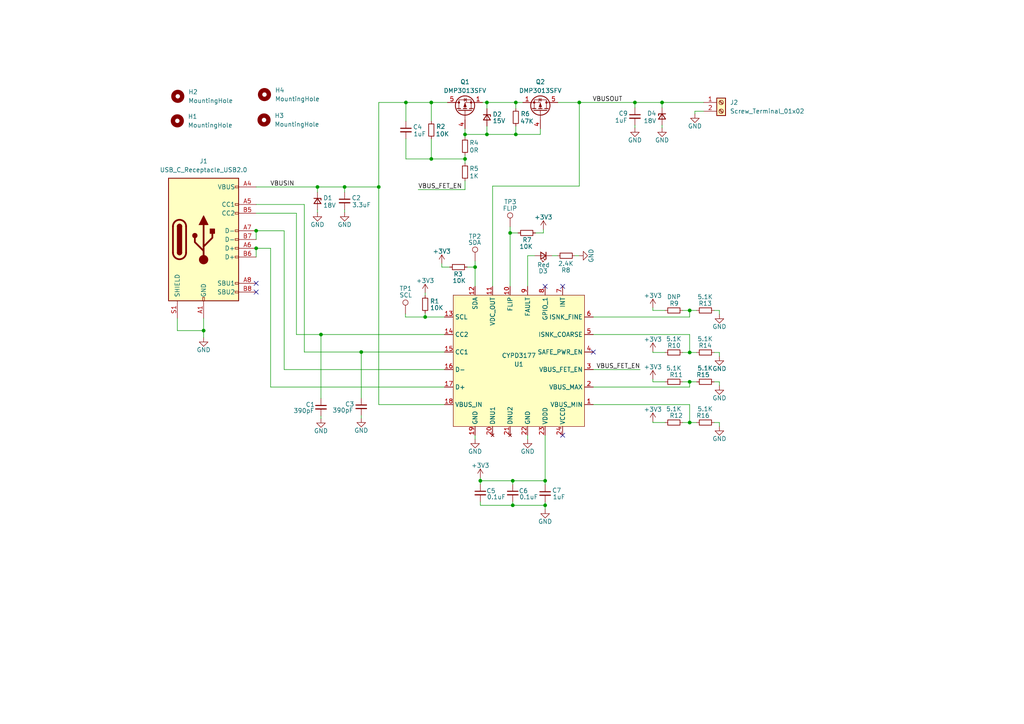
<source format=kicad_sch>
(kicad_sch (version 20230121) (generator eeschema)

  (uuid a23a225c-12df-4d02-853c-ce5dd64b1626)

  (paper "A4")

  (lib_symbols
    (symbol "Connector:Screw_Terminal_01x02" (pin_names (offset 1.016) hide) (in_bom yes) (on_board yes)
      (property "Reference" "J" (at 0 2.54 0)
        (effects (font (size 1.27 1.27)))
      )
      (property "Value" "Screw_Terminal_01x02" (at 0 -5.08 0)
        (effects (font (size 1.27 1.27)))
      )
      (property "Footprint" "" (at 0 0 0)
        (effects (font (size 1.27 1.27)) hide)
      )
      (property "Datasheet" "~" (at 0 0 0)
        (effects (font (size 1.27 1.27)) hide)
      )
      (property "ki_keywords" "screw terminal" (at 0 0 0)
        (effects (font (size 1.27 1.27)) hide)
      )
      (property "ki_description" "Generic screw terminal, single row, 01x02, script generated (kicad-library-utils/schlib/autogen/connector/)" (at 0 0 0)
        (effects (font (size 1.27 1.27)) hide)
      )
      (property "ki_fp_filters" "TerminalBlock*:*" (at 0 0 0)
        (effects (font (size 1.27 1.27)) hide)
      )
      (symbol "Screw_Terminal_01x02_1_1"
        (rectangle (start -1.27 1.27) (end 1.27 -3.81)
          (stroke (width 0.254) (type default))
          (fill (type background))
        )
        (circle (center 0 -2.54) (radius 0.635)
          (stroke (width 0.1524) (type default))
          (fill (type none))
        )
        (polyline
          (pts
            (xy -0.5334 -2.2098)
            (xy 0.3302 -3.048)
          )
          (stroke (width 0.1524) (type default))
          (fill (type none))
        )
        (polyline
          (pts
            (xy -0.5334 0.3302)
            (xy 0.3302 -0.508)
          )
          (stroke (width 0.1524) (type default))
          (fill (type none))
        )
        (polyline
          (pts
            (xy -0.3556 -2.032)
            (xy 0.508 -2.8702)
          )
          (stroke (width 0.1524) (type default))
          (fill (type none))
        )
        (polyline
          (pts
            (xy -0.3556 0.508)
            (xy 0.508 -0.3302)
          )
          (stroke (width 0.1524) (type default))
          (fill (type none))
        )
        (circle (center 0 0) (radius 0.635)
          (stroke (width 0.1524) (type default))
          (fill (type none))
        )
        (pin passive line (at -5.08 0 0) (length 3.81)
          (name "Pin_1" (effects (font (size 1.27 1.27))))
          (number "1" (effects (font (size 1.27 1.27))))
        )
        (pin passive line (at -5.08 -2.54 0) (length 3.81)
          (name "Pin_2" (effects (font (size 1.27 1.27))))
          (number "2" (effects (font (size 1.27 1.27))))
        )
      )
    )
    (symbol "Connector:TestPoint" (pin_numbers hide) (pin_names (offset 0.762) hide) (in_bom yes) (on_board yes)
      (property "Reference" "TP" (at 0 6.858 0)
        (effects (font (size 1.27 1.27)))
      )
      (property "Value" "TestPoint" (at 0 5.08 0)
        (effects (font (size 1.27 1.27)))
      )
      (property "Footprint" "" (at 5.08 0 0)
        (effects (font (size 1.27 1.27)) hide)
      )
      (property "Datasheet" "~" (at 5.08 0 0)
        (effects (font (size 1.27 1.27)) hide)
      )
      (property "ki_keywords" "test point tp" (at 0 0 0)
        (effects (font (size 1.27 1.27)) hide)
      )
      (property "ki_description" "test point" (at 0 0 0)
        (effects (font (size 1.27 1.27)) hide)
      )
      (property "ki_fp_filters" "Pin* Test*" (at 0 0 0)
        (effects (font (size 1.27 1.27)) hide)
      )
      (symbol "TestPoint_0_1"
        (circle (center 0 3.302) (radius 0.762)
          (stroke (width 0) (type default))
          (fill (type none))
        )
      )
      (symbol "TestPoint_1_1"
        (pin passive line (at 0 0 90) (length 2.54)
          (name "1" (effects (font (size 1.27 1.27))))
          (number "1" (effects (font (size 1.27 1.27))))
        )
      )
    )
    (symbol "Connector:USB_C_Receptacle_USB2.0" (pin_names (offset 1.016)) (in_bom yes) (on_board yes)
      (property "Reference" "J" (at -10.16 19.05 0)
        (effects (font (size 1.27 1.27)) (justify left))
      )
      (property "Value" "USB_C_Receptacle_USB2.0" (at 19.05 19.05 0)
        (effects (font (size 1.27 1.27)) (justify right))
      )
      (property "Footprint" "" (at 3.81 0 0)
        (effects (font (size 1.27 1.27)) hide)
      )
      (property "Datasheet" "https://www.usb.org/sites/default/files/documents/usb_type-c.zip" (at 3.81 0 0)
        (effects (font (size 1.27 1.27)) hide)
      )
      (property "ki_keywords" "usb universal serial bus type-C USB2.0" (at 0 0 0)
        (effects (font (size 1.27 1.27)) hide)
      )
      (property "ki_description" "USB 2.0-only Type-C Receptacle connector" (at 0 0 0)
        (effects (font (size 1.27 1.27)) hide)
      )
      (property "ki_fp_filters" "USB*C*Receptacle*" (at 0 0 0)
        (effects (font (size 1.27 1.27)) hide)
      )
      (symbol "USB_C_Receptacle_USB2.0_0_0"
        (rectangle (start -0.254 -17.78) (end 0.254 -16.764)
          (stroke (width 0) (type default))
          (fill (type none))
        )
        (rectangle (start 10.16 -14.986) (end 9.144 -15.494)
          (stroke (width 0) (type default))
          (fill (type none))
        )
        (rectangle (start 10.16 -12.446) (end 9.144 -12.954)
          (stroke (width 0) (type default))
          (fill (type none))
        )
        (rectangle (start 10.16 -4.826) (end 9.144 -5.334)
          (stroke (width 0) (type default))
          (fill (type none))
        )
        (rectangle (start 10.16 -2.286) (end 9.144 -2.794)
          (stroke (width 0) (type default))
          (fill (type none))
        )
        (rectangle (start 10.16 0.254) (end 9.144 -0.254)
          (stroke (width 0) (type default))
          (fill (type none))
        )
        (rectangle (start 10.16 2.794) (end 9.144 2.286)
          (stroke (width 0) (type default))
          (fill (type none))
        )
        (rectangle (start 10.16 7.874) (end 9.144 7.366)
          (stroke (width 0) (type default))
          (fill (type none))
        )
        (rectangle (start 10.16 10.414) (end 9.144 9.906)
          (stroke (width 0) (type default))
          (fill (type none))
        )
        (rectangle (start 10.16 15.494) (end 9.144 14.986)
          (stroke (width 0) (type default))
          (fill (type none))
        )
      )
      (symbol "USB_C_Receptacle_USB2.0_0_1"
        (rectangle (start -10.16 17.78) (end 10.16 -17.78)
          (stroke (width 0.254) (type default))
          (fill (type background))
        )
        (arc (start -8.89 -3.81) (mid -6.985 -5.7067) (end -5.08 -3.81)
          (stroke (width 0.508) (type default))
          (fill (type none))
        )
        (arc (start -7.62 -3.81) (mid -6.985 -4.4423) (end -6.35 -3.81)
          (stroke (width 0.254) (type default))
          (fill (type none))
        )
        (arc (start -7.62 -3.81) (mid -6.985 -4.4423) (end -6.35 -3.81)
          (stroke (width 0.254) (type default))
          (fill (type outline))
        )
        (rectangle (start -7.62 -3.81) (end -6.35 3.81)
          (stroke (width 0.254) (type default))
          (fill (type outline))
        )
        (arc (start -6.35 3.81) (mid -6.985 4.4423) (end -7.62 3.81)
          (stroke (width 0.254) (type default))
          (fill (type none))
        )
        (arc (start -6.35 3.81) (mid -6.985 4.4423) (end -7.62 3.81)
          (stroke (width 0.254) (type default))
          (fill (type outline))
        )
        (arc (start -5.08 3.81) (mid -6.985 5.7067) (end -8.89 3.81)
          (stroke (width 0.508) (type default))
          (fill (type none))
        )
        (circle (center -2.54 1.143) (radius 0.635)
          (stroke (width 0.254) (type default))
          (fill (type outline))
        )
        (circle (center 0 -5.842) (radius 1.27)
          (stroke (width 0) (type default))
          (fill (type outline))
        )
        (polyline
          (pts
            (xy -8.89 -3.81)
            (xy -8.89 3.81)
          )
          (stroke (width 0.508) (type default))
          (fill (type none))
        )
        (polyline
          (pts
            (xy -5.08 3.81)
            (xy -5.08 -3.81)
          )
          (stroke (width 0.508) (type default))
          (fill (type none))
        )
        (polyline
          (pts
            (xy 0 -5.842)
            (xy 0 4.318)
          )
          (stroke (width 0.508) (type default))
          (fill (type none))
        )
        (polyline
          (pts
            (xy 0 -3.302)
            (xy -2.54 -0.762)
            (xy -2.54 0.508)
          )
          (stroke (width 0.508) (type default))
          (fill (type none))
        )
        (polyline
          (pts
            (xy 0 -2.032)
            (xy 2.54 0.508)
            (xy 2.54 1.778)
          )
          (stroke (width 0.508) (type default))
          (fill (type none))
        )
        (polyline
          (pts
            (xy -1.27 4.318)
            (xy 0 6.858)
            (xy 1.27 4.318)
            (xy -1.27 4.318)
          )
          (stroke (width 0.254) (type default))
          (fill (type outline))
        )
        (rectangle (start 1.905 1.778) (end 3.175 3.048)
          (stroke (width 0.254) (type default))
          (fill (type outline))
        )
      )
      (symbol "USB_C_Receptacle_USB2.0_1_1"
        (pin passive line (at 0 -22.86 90) (length 5.08)
          (name "GND" (effects (font (size 1.27 1.27))))
          (number "A1" (effects (font (size 1.27 1.27))))
        )
        (pin passive line (at 0 -22.86 90) (length 5.08) hide
          (name "GND" (effects (font (size 1.27 1.27))))
          (number "A12" (effects (font (size 1.27 1.27))))
        )
        (pin passive line (at 15.24 15.24 180) (length 5.08)
          (name "VBUS" (effects (font (size 1.27 1.27))))
          (number "A4" (effects (font (size 1.27 1.27))))
        )
        (pin bidirectional line (at 15.24 10.16 180) (length 5.08)
          (name "CC1" (effects (font (size 1.27 1.27))))
          (number "A5" (effects (font (size 1.27 1.27))))
        )
        (pin bidirectional line (at 15.24 -2.54 180) (length 5.08)
          (name "D+" (effects (font (size 1.27 1.27))))
          (number "A6" (effects (font (size 1.27 1.27))))
        )
        (pin bidirectional line (at 15.24 2.54 180) (length 5.08)
          (name "D-" (effects (font (size 1.27 1.27))))
          (number "A7" (effects (font (size 1.27 1.27))))
        )
        (pin bidirectional line (at 15.24 -12.7 180) (length 5.08)
          (name "SBU1" (effects (font (size 1.27 1.27))))
          (number "A8" (effects (font (size 1.27 1.27))))
        )
        (pin passive line (at 15.24 15.24 180) (length 5.08) hide
          (name "VBUS" (effects (font (size 1.27 1.27))))
          (number "A9" (effects (font (size 1.27 1.27))))
        )
        (pin passive line (at 0 -22.86 90) (length 5.08) hide
          (name "GND" (effects (font (size 1.27 1.27))))
          (number "B1" (effects (font (size 1.27 1.27))))
        )
        (pin passive line (at 0 -22.86 90) (length 5.08) hide
          (name "GND" (effects (font (size 1.27 1.27))))
          (number "B12" (effects (font (size 1.27 1.27))))
        )
        (pin passive line (at 15.24 15.24 180) (length 5.08) hide
          (name "VBUS" (effects (font (size 1.27 1.27))))
          (number "B4" (effects (font (size 1.27 1.27))))
        )
        (pin bidirectional line (at 15.24 7.62 180) (length 5.08)
          (name "CC2" (effects (font (size 1.27 1.27))))
          (number "B5" (effects (font (size 1.27 1.27))))
        )
        (pin bidirectional line (at 15.24 -5.08 180) (length 5.08)
          (name "D+" (effects (font (size 1.27 1.27))))
          (number "B6" (effects (font (size 1.27 1.27))))
        )
        (pin bidirectional line (at 15.24 0 180) (length 5.08)
          (name "D-" (effects (font (size 1.27 1.27))))
          (number "B7" (effects (font (size 1.27 1.27))))
        )
        (pin bidirectional line (at 15.24 -15.24 180) (length 5.08)
          (name "SBU2" (effects (font (size 1.27 1.27))))
          (number "B8" (effects (font (size 1.27 1.27))))
        )
        (pin passive line (at 15.24 15.24 180) (length 5.08) hide
          (name "VBUS" (effects (font (size 1.27 1.27))))
          (number "B9" (effects (font (size 1.27 1.27))))
        )
        (pin passive line (at -7.62 -22.86 90) (length 5.08)
          (name "SHIELD" (effects (font (size 1.27 1.27))))
          (number "S1" (effects (font (size 1.27 1.27))))
        )
      )
    )
    (symbol "Device:C_Small" (pin_numbers hide) (pin_names (offset 0.254) hide) (in_bom yes) (on_board yes)
      (property "Reference" "C" (at 0.254 1.778 0)
        (effects (font (size 1.27 1.27)) (justify left))
      )
      (property "Value" "C_Small" (at 0.254 -2.032 0)
        (effects (font (size 1.27 1.27)) (justify left))
      )
      (property "Footprint" "" (at 0 0 0)
        (effects (font (size 1.27 1.27)) hide)
      )
      (property "Datasheet" "~" (at 0 0 0)
        (effects (font (size 1.27 1.27)) hide)
      )
      (property "ki_keywords" "capacitor cap" (at 0 0 0)
        (effects (font (size 1.27 1.27)) hide)
      )
      (property "ki_description" "Unpolarized capacitor, small symbol" (at 0 0 0)
        (effects (font (size 1.27 1.27)) hide)
      )
      (property "ki_fp_filters" "C_*" (at 0 0 0)
        (effects (font (size 1.27 1.27)) hide)
      )
      (symbol "C_Small_0_1"
        (polyline
          (pts
            (xy -1.524 -0.508)
            (xy 1.524 -0.508)
          )
          (stroke (width 0.3302) (type default))
          (fill (type none))
        )
        (polyline
          (pts
            (xy -1.524 0.508)
            (xy 1.524 0.508)
          )
          (stroke (width 0.3048) (type default))
          (fill (type none))
        )
      )
      (symbol "C_Small_1_1"
        (pin passive line (at 0 2.54 270) (length 2.032)
          (name "~" (effects (font (size 1.27 1.27))))
          (number "1" (effects (font (size 1.27 1.27))))
        )
        (pin passive line (at 0 -2.54 90) (length 2.032)
          (name "~" (effects (font (size 1.27 1.27))))
          (number "2" (effects (font (size 1.27 1.27))))
        )
      )
    )
    (symbol "Device:D_Zener_Small" (pin_numbers hide) (pin_names (offset 0.254) hide) (in_bom yes) (on_board yes)
      (property "Reference" "D" (at 0 2.286 0)
        (effects (font (size 1.27 1.27)))
      )
      (property "Value" "D_Zener_Small" (at 0 -2.286 0)
        (effects (font (size 1.27 1.27)))
      )
      (property "Footprint" "" (at 0 0 90)
        (effects (font (size 1.27 1.27)) hide)
      )
      (property "Datasheet" "~" (at 0 0 90)
        (effects (font (size 1.27 1.27)) hide)
      )
      (property "ki_keywords" "diode" (at 0 0 0)
        (effects (font (size 1.27 1.27)) hide)
      )
      (property "ki_description" "Zener diode, small symbol" (at 0 0 0)
        (effects (font (size 1.27 1.27)) hide)
      )
      (property "ki_fp_filters" "TO-???* *_Diode_* *SingleDiode* D_*" (at 0 0 0)
        (effects (font (size 1.27 1.27)) hide)
      )
      (symbol "D_Zener_Small_0_1"
        (polyline
          (pts
            (xy 0.762 0)
            (xy -0.762 0)
          )
          (stroke (width 0) (type default))
          (fill (type none))
        )
        (polyline
          (pts
            (xy -0.254 1.016)
            (xy -0.762 1.016)
            (xy -0.762 -1.016)
          )
          (stroke (width 0.254) (type default))
          (fill (type none))
        )
        (polyline
          (pts
            (xy 0.762 1.016)
            (xy -0.762 0)
            (xy 0.762 -1.016)
            (xy 0.762 1.016)
          )
          (stroke (width 0.254) (type default))
          (fill (type none))
        )
      )
      (symbol "D_Zener_Small_1_1"
        (pin passive line (at -2.54 0 0) (length 1.778)
          (name "K" (effects (font (size 1.27 1.27))))
          (number "1" (effects (font (size 1.27 1.27))))
        )
        (pin passive line (at 2.54 0 180) (length 1.778)
          (name "A" (effects (font (size 1.27 1.27))))
          (number "2" (effects (font (size 1.27 1.27))))
        )
      )
    )
    (symbol "Device:LED_Small" (pin_numbers hide) (pin_names (offset 0.254) hide) (in_bom yes) (on_board yes)
      (property "Reference" "D" (at -1.27 3.175 0)
        (effects (font (size 1.27 1.27)) (justify left))
      )
      (property "Value" "LED_Small" (at -4.445 -2.54 0)
        (effects (font (size 1.27 1.27)) (justify left))
      )
      (property "Footprint" "" (at 0 0 90)
        (effects (font (size 1.27 1.27)) hide)
      )
      (property "Datasheet" "~" (at 0 0 90)
        (effects (font (size 1.27 1.27)) hide)
      )
      (property "ki_keywords" "LED diode light-emitting-diode" (at 0 0 0)
        (effects (font (size 1.27 1.27)) hide)
      )
      (property "ki_description" "Light emitting diode, small symbol" (at 0 0 0)
        (effects (font (size 1.27 1.27)) hide)
      )
      (property "ki_fp_filters" "LED* LED_SMD:* LED_THT:*" (at 0 0 0)
        (effects (font (size 1.27 1.27)) hide)
      )
      (symbol "LED_Small_0_1"
        (polyline
          (pts
            (xy -0.762 -1.016)
            (xy -0.762 1.016)
          )
          (stroke (width 0.254) (type default))
          (fill (type none))
        )
        (polyline
          (pts
            (xy 1.016 0)
            (xy -0.762 0)
          )
          (stroke (width 0) (type default))
          (fill (type none))
        )
        (polyline
          (pts
            (xy 0.762 -1.016)
            (xy -0.762 0)
            (xy 0.762 1.016)
            (xy 0.762 -1.016)
          )
          (stroke (width 0.254) (type default))
          (fill (type none))
        )
        (polyline
          (pts
            (xy 0 0.762)
            (xy -0.508 1.27)
            (xy -0.254 1.27)
            (xy -0.508 1.27)
            (xy -0.508 1.016)
          )
          (stroke (width 0) (type default))
          (fill (type none))
        )
        (polyline
          (pts
            (xy 0.508 1.27)
            (xy 0 1.778)
            (xy 0.254 1.778)
            (xy 0 1.778)
            (xy 0 1.524)
          )
          (stroke (width 0) (type default))
          (fill (type none))
        )
      )
      (symbol "LED_Small_1_1"
        (pin passive line (at -2.54 0 0) (length 1.778)
          (name "K" (effects (font (size 1.27 1.27))))
          (number "1" (effects (font (size 1.27 1.27))))
        )
        (pin passive line (at 2.54 0 180) (length 1.778)
          (name "A" (effects (font (size 1.27 1.27))))
          (number "2" (effects (font (size 1.27 1.27))))
        )
      )
    )
    (symbol "Device:R_Small" (pin_numbers hide) (pin_names (offset 0.254) hide) (in_bom yes) (on_board yes)
      (property "Reference" "R" (at 0.762 0.508 0)
        (effects (font (size 1.27 1.27)) (justify left))
      )
      (property "Value" "R_Small" (at 0.762 -1.016 0)
        (effects (font (size 1.27 1.27)) (justify left))
      )
      (property "Footprint" "" (at 0 0 0)
        (effects (font (size 1.27 1.27)) hide)
      )
      (property "Datasheet" "~" (at 0 0 0)
        (effects (font (size 1.27 1.27)) hide)
      )
      (property "ki_keywords" "R resistor" (at 0 0 0)
        (effects (font (size 1.27 1.27)) hide)
      )
      (property "ki_description" "Resistor, small symbol" (at 0 0 0)
        (effects (font (size 1.27 1.27)) hide)
      )
      (property "ki_fp_filters" "R_*" (at 0 0 0)
        (effects (font (size 1.27 1.27)) hide)
      )
      (symbol "R_Small_0_1"
        (rectangle (start -0.762 1.778) (end 0.762 -1.778)
          (stroke (width 0.2032) (type default))
          (fill (type none))
        )
      )
      (symbol "R_Small_1_1"
        (pin passive line (at 0 2.54 270) (length 0.762)
          (name "~" (effects (font (size 1.27 1.27))))
          (number "1" (effects (font (size 1.27 1.27))))
        )
        (pin passive line (at 0 -2.54 90) (length 0.762)
          (name "~" (effects (font (size 1.27 1.27))))
          (number "2" (effects (font (size 1.27 1.27))))
        )
      )
    )
    (symbol "Mechanical:MountingHole" (pin_names (offset 1.016)) (in_bom yes) (on_board yes)
      (property "Reference" "H" (at 0 5.08 0)
        (effects (font (size 1.27 1.27)))
      )
      (property "Value" "MountingHole" (at 0 3.175 0)
        (effects (font (size 1.27 1.27)))
      )
      (property "Footprint" "" (at 0 0 0)
        (effects (font (size 1.27 1.27)) hide)
      )
      (property "Datasheet" "~" (at 0 0 0)
        (effects (font (size 1.27 1.27)) hide)
      )
      (property "ki_keywords" "mounting hole" (at 0 0 0)
        (effects (font (size 1.27 1.27)) hide)
      )
      (property "ki_description" "Mounting Hole without connection" (at 0 0 0)
        (effects (font (size 1.27 1.27)) hide)
      )
      (property "ki_fp_filters" "MountingHole*" (at 0 0 0)
        (effects (font (size 1.27 1.27)) hide)
      )
      (symbol "MountingHole_0_1"
        (circle (center 0 0) (radius 1.27)
          (stroke (width 1.27) (type default))
          (fill (type none))
        )
      )
    )
    (symbol "Transistor_FET:DMP3013SFV" (pin_names hide) (in_bom yes) (on_board yes)
      (property "Reference" "Q" (at 5.08 1.905 0)
        (effects (font (size 1.27 1.27)) (justify left))
      )
      (property "Value" "DMP3013SFV" (at 5.08 0 0)
        (effects (font (size 1.27 1.27)) (justify left))
      )
      (property "Footprint" "Package_SON:Diodes_PowerDI3333-8" (at 5.08 -1.905 0)
        (effects (font (size 1.27 1.27) italic) (justify left) hide)
      )
      (property "Datasheet" "https://www.diodes.com/assets/Datasheets/DMP3013SFV.pdf" (at 0 0 90)
        (effects (font (size 1.27 1.27)) (justify left) hide)
      )
      (property "ki_keywords" "P-Channel MOSFET" (at 0 0 0)
        (effects (font (size 1.27 1.27)) hide)
      )
      (property "ki_description" "-12A Id, -30V Vds, P-Channel Power MOSFET, 9.5mOhm Ron, 33.7nC Qg (typ), PowerDI3333-8" (at 0 0 0)
        (effects (font (size 1.27 1.27)) hide)
      )
      (property "ki_fp_filters" "Diodes*PowerDI3333*" (at 0 0 0)
        (effects (font (size 1.27 1.27)) hide)
      )
      (symbol "DMP3013SFV_0_1"
        (polyline
          (pts
            (xy 0.254 0)
            (xy -2.54 0)
          )
          (stroke (width 0) (type default))
          (fill (type none))
        )
        (polyline
          (pts
            (xy 0.254 1.905)
            (xy 0.254 -1.905)
          )
          (stroke (width 0.254) (type default))
          (fill (type none))
        )
        (polyline
          (pts
            (xy 0.762 -1.27)
            (xy 0.762 -2.286)
          )
          (stroke (width 0.254) (type default))
          (fill (type none))
        )
        (polyline
          (pts
            (xy 0.762 0.508)
            (xy 0.762 -0.508)
          )
          (stroke (width 0.254) (type default))
          (fill (type none))
        )
        (polyline
          (pts
            (xy 0.762 2.286)
            (xy 0.762 1.27)
          )
          (stroke (width 0.254) (type default))
          (fill (type none))
        )
        (polyline
          (pts
            (xy 2.54 2.54)
            (xy 2.54 1.778)
          )
          (stroke (width 0) (type default))
          (fill (type none))
        )
        (polyline
          (pts
            (xy 2.54 -2.54)
            (xy 2.54 0)
            (xy 0.762 0)
          )
          (stroke (width 0) (type default))
          (fill (type none))
        )
        (polyline
          (pts
            (xy 0.762 1.778)
            (xy 3.302 1.778)
            (xy 3.302 -1.778)
            (xy 0.762 -1.778)
          )
          (stroke (width 0) (type default))
          (fill (type none))
        )
        (polyline
          (pts
            (xy 2.286 0)
            (xy 1.27 0.381)
            (xy 1.27 -0.381)
            (xy 2.286 0)
          )
          (stroke (width 0) (type default))
          (fill (type outline))
        )
        (polyline
          (pts
            (xy 2.794 -0.508)
            (xy 2.921 -0.381)
            (xy 3.683 -0.381)
            (xy 3.81 -0.254)
          )
          (stroke (width 0) (type default))
          (fill (type none))
        )
        (polyline
          (pts
            (xy 3.302 -0.381)
            (xy 2.921 0.254)
            (xy 3.683 0.254)
            (xy 3.302 -0.381)
          )
          (stroke (width 0) (type default))
          (fill (type none))
        )
        (circle (center 1.651 0) (radius 2.794)
          (stroke (width 0.254) (type default))
          (fill (type none))
        )
        (circle (center 2.54 -1.778) (radius 0.254)
          (stroke (width 0) (type default))
          (fill (type outline))
        )
        (circle (center 2.54 1.778) (radius 0.254)
          (stroke (width 0) (type default))
          (fill (type outline))
        )
      )
      (symbol "DMP3013SFV_1_1"
        (pin passive line (at 2.54 -5.08 90) (length 2.54)
          (name "S" (effects (font (size 1.27 1.27))))
          (number "1" (effects (font (size 1.27 1.27))))
        )
        (pin passive line (at 2.54 -5.08 90) (length 2.54) hide
          (name "S" (effects (font (size 1.27 1.27))))
          (number "2" (effects (font (size 1.27 1.27))))
        )
        (pin passive line (at 2.54 -5.08 90) (length 2.54) hide
          (name "S" (effects (font (size 1.27 1.27))))
          (number "3" (effects (font (size 1.27 1.27))))
        )
        (pin passive line (at -5.08 0 0) (length 2.54)
          (name "G" (effects (font (size 1.27 1.27))))
          (number "4" (effects (font (size 1.27 1.27))))
        )
        (pin passive line (at 2.54 5.08 270) (length 2.54)
          (name "D" (effects (font (size 1.27 1.27))))
          (number "5" (effects (font (size 1.27 1.27))))
        )
      )
    )
    (symbol "USB-PD:CYPD3177" (in_bom yes) (on_board yes)
      (property "Reference" "U" (at 0 1.27 0)
        (effects (font (size 1.27 1.27)))
      )
      (property "Value" "CYPD3177" (at 0 -1.27 0)
        (effects (font (size 1.27 1.27)))
      )
      (property "Footprint" "" (at 0 0 0)
        (effects (font (size 1.27 1.27)) hide)
      )
      (property "Datasheet" "" (at 0 0 0)
        (effects (font (size 1.27 1.27)) hide)
      )
      (symbol "CYPD3177_0_1"
        (rectangle (start -19.05 19.05) (end 19.05 -19.05)
          (stroke (width 0) (type default))
          (fill (type background))
        )
      )
      (symbol "CYPD3177_1_1"
        (pin input line (at -21.59 12.7 0) (length 2.54)
          (name "VBUS_MIN" (effects (font (size 1.27 1.27))))
          (number "1" (effects (font (size 1.27 1.27))))
        )
        (pin output line (at 2.54 -21.59 90) (length 2.54)
          (name "FLIP" (effects (font (size 1.27 1.27))))
          (number "10" (effects (font (size 1.27 1.27))))
        )
        (pin power_out line (at 7.62 -21.59 90) (length 2.54)
          (name "VDC_OUT" (effects (font (size 1.27 1.27))))
          (number "11" (effects (font (size 1.27 1.27))))
        )
        (pin bidirectional line (at 12.7 -21.59 90) (length 2.54)
          (name "SDA" (effects (font (size 1.27 1.27))))
          (number "12" (effects (font (size 1.27 1.27))))
        )
        (pin input line (at 21.59 -12.7 180) (length 2.54)
          (name "SCL" (effects (font (size 1.27 1.27))))
          (number "13" (effects (font (size 1.27 1.27))))
        )
        (pin bidirectional line (at 21.59 -7.62 180) (length 2.54)
          (name "CC2" (effects (font (size 1.27 1.27))))
          (number "14" (effects (font (size 1.27 1.27))))
        )
        (pin bidirectional line (at 21.59 -2.54 180) (length 2.54)
          (name "CC1" (effects (font (size 1.27 1.27))))
          (number "15" (effects (font (size 1.27 1.27))))
        )
        (pin input line (at 21.59 2.54 180) (length 2.54)
          (name "D-" (effects (font (size 1.27 1.27))))
          (number "16" (effects (font (size 1.27 1.27))))
        )
        (pin input line (at 21.59 7.62 180) (length 2.54)
          (name "D+" (effects (font (size 1.27 1.27))))
          (number "17" (effects (font (size 1.27 1.27))))
        )
        (pin power_in line (at 21.59 12.7 180) (length 2.54)
          (name "VBUS_IN" (effects (font (size 1.27 1.27))))
          (number "18" (effects (font (size 1.27 1.27))))
        )
        (pin power_in line (at 12.7 21.59 270) (length 2.54)
          (name "GND" (effects (font (size 1.27 1.27))))
          (number "19" (effects (font (size 1.27 1.27))))
        )
        (pin input line (at -21.59 7.62 0) (length 2.54)
          (name "VBUS_MAX" (effects (font (size 1.27 1.27))))
          (number "2" (effects (font (size 1.27 1.27))))
        )
        (pin no_connect line (at 7.62 21.59 270) (length 2.54)
          (name "DNU1" (effects (font (size 1.27 1.27))))
          (number "20" (effects (font (size 1.27 1.27))))
        )
        (pin no_connect line (at 2.54 21.59 270) (length 2.54)
          (name "DNU2" (effects (font (size 1.27 1.27))))
          (number "21" (effects (font (size 1.27 1.27))))
        )
        (pin power_in line (at -2.54 21.59 270) (length 2.54)
          (name "GND" (effects (font (size 1.27 1.27))))
          (number "22" (effects (font (size 1.27 1.27))))
        )
        (pin power_out line (at -7.62 21.59 270) (length 2.54)
          (name "VDDD" (effects (font (size 1.27 1.27))))
          (number "23" (effects (font (size 1.27 1.27))))
        )
        (pin power_out line (at -12.7 21.59 270) (length 2.54)
          (name "VCCD" (effects (font (size 1.27 1.27))))
          (number "24" (effects (font (size 1.27 1.27))))
        )
        (pin power_in line (at -2.54 21.59 270) (length 2.54) hide
          (name "GND" (effects (font (size 1.27 1.27))))
          (number "25" (effects (font (size 1.27 1.27))))
        )
        (pin output line (at -21.59 2.54 0) (length 2.54)
          (name "VBUS_FET_EN" (effects (font (size 1.27 1.27))))
          (number "3" (effects (font (size 1.27 1.27))))
        )
        (pin output line (at -21.59 -2.54 0) (length 2.54)
          (name "SAFE_PWR_EN" (effects (font (size 1.27 1.27))))
          (number "4" (effects (font (size 1.27 1.27))))
        )
        (pin input line (at -21.59 -7.62 0) (length 2.54)
          (name "ISNK_COARSE" (effects (font (size 1.27 1.27))))
          (number "5" (effects (font (size 1.27 1.27))))
        )
        (pin input line (at -21.59 -12.7 0) (length 2.54)
          (name "ISNK_FINE" (effects (font (size 1.27 1.27))))
          (number "6" (effects (font (size 1.27 1.27))))
        )
        (pin input line (at -12.7 -21.59 90) (length 2.54)
          (name "INT" (effects (font (size 1.27 1.27))))
          (number "7" (effects (font (size 1.27 1.27))))
        )
        (pin bidirectional line (at -7.62 -21.59 90) (length 2.54)
          (name "GPIO_1" (effects (font (size 1.27 1.27))))
          (number "8" (effects (font (size 1.27 1.27))))
        )
        (pin output line (at -2.54 -21.59 90) (length 2.54)
          (name "FAULT" (effects (font (size 1.27 1.27))))
          (number "9" (effects (font (size 1.27 1.27))))
        )
      )
    )
    (symbol "power:+3V3" (power) (pin_names (offset 0)) (in_bom yes) (on_board yes)
      (property "Reference" "#PWR" (at 0 -3.81 0)
        (effects (font (size 1.27 1.27)) hide)
      )
      (property "Value" "+3V3" (at 0 3.556 0)
        (effects (font (size 1.27 1.27)))
      )
      (property "Footprint" "" (at 0 0 0)
        (effects (font (size 1.27 1.27)) hide)
      )
      (property "Datasheet" "" (at 0 0 0)
        (effects (font (size 1.27 1.27)) hide)
      )
      (property "ki_keywords" "global power" (at 0 0 0)
        (effects (font (size 1.27 1.27)) hide)
      )
      (property "ki_description" "Power symbol creates a global label with name \"+3V3\"" (at 0 0 0)
        (effects (font (size 1.27 1.27)) hide)
      )
      (symbol "+3V3_0_1"
        (polyline
          (pts
            (xy -0.762 1.27)
            (xy 0 2.54)
          )
          (stroke (width 0) (type default))
          (fill (type none))
        )
        (polyline
          (pts
            (xy 0 0)
            (xy 0 2.54)
          )
          (stroke (width 0) (type default))
          (fill (type none))
        )
        (polyline
          (pts
            (xy 0 2.54)
            (xy 0.762 1.27)
          )
          (stroke (width 0) (type default))
          (fill (type none))
        )
      )
      (symbol "+3V3_1_1"
        (pin power_in line (at 0 0 90) (length 0) hide
          (name "+3V3" (effects (font (size 1.27 1.27))))
          (number "1" (effects (font (size 1.27 1.27))))
        )
      )
    )
    (symbol "power:GND" (power) (pin_names (offset 0)) (in_bom yes) (on_board yes)
      (property "Reference" "#PWR" (at 0 -6.35 0)
        (effects (font (size 1.27 1.27)) hide)
      )
      (property "Value" "GND" (at 0 -3.81 0)
        (effects (font (size 1.27 1.27)))
      )
      (property "Footprint" "" (at 0 0 0)
        (effects (font (size 1.27 1.27)) hide)
      )
      (property "Datasheet" "" (at 0 0 0)
        (effects (font (size 1.27 1.27)) hide)
      )
      (property "ki_keywords" "global power" (at 0 0 0)
        (effects (font (size 1.27 1.27)) hide)
      )
      (property "ki_description" "Power symbol creates a global label with name \"GND\" , ground" (at 0 0 0)
        (effects (font (size 1.27 1.27)) hide)
      )
      (symbol "GND_0_1"
        (polyline
          (pts
            (xy 0 0)
            (xy 0 -1.27)
            (xy 1.27 -1.27)
            (xy 0 -2.54)
            (xy -1.27 -1.27)
            (xy 0 -1.27)
          )
          (stroke (width 0) (type default))
          (fill (type none))
        )
      )
      (symbol "GND_1_1"
        (pin power_in line (at 0 0 270) (length 0) hide
          (name "GND" (effects (font (size 1.27 1.27))))
          (number "1" (effects (font (size 1.27 1.27))))
        )
      )
    )
  )

  (junction (at 104.775 102.108) (diameter 0) (color 0 0 0 0)
    (uuid 07b2f197-483e-4a31-ad6c-664fccfdc20e)
  )
  (junction (at 200.025 102.235) (diameter 0) (color 0 0 0 0)
    (uuid 14d2eb00-6daf-4819-a6b5-bfc2ffd12ab9)
  )
  (junction (at 168.021 29.718) (diameter 0) (color 0 0 0 0)
    (uuid 2b51aa57-f741-419a-82a9-223637353531)
  )
  (junction (at 139.319 139.446) (diameter 0) (color 0 0 0 0)
    (uuid 33e6349e-bef1-472a-bee5-c688bbbe56f1)
  )
  (junction (at 125.095 46.101) (diameter 0) (color 0 0 0 0)
    (uuid 40c5b3f7-4983-4d3c-bd05-b4b3f44d1d4e)
  )
  (junction (at 109.855 54.229) (diameter 0) (color 0 0 0 0)
    (uuid 412e77ce-7bf2-4980-9d27-ce60554a6025)
  )
  (junction (at 59.055 95.885) (diameter 0) (color 0 0 0 0)
    (uuid 4d9c40f6-c828-427e-acf2-9fa04d3f435a)
  )
  (junction (at 184.15 29.718) (diameter 0) (color 0 0 0 0)
    (uuid 59ecbc92-d8fc-41e2-87c5-29606cf5bc33)
  )
  (junction (at 148.717 139.446) (diameter 0) (color 0 0 0 0)
    (uuid 5e57669e-bf65-48f7-b971-fb69346e50d5)
  )
  (junction (at 148.717 146.558) (diameter 0) (color 0 0 0 0)
    (uuid 655e28ee-ac9e-4e32-b816-f992f6acab3e)
  )
  (junction (at 117.729 29.718) (diameter 0) (color 0 0 0 0)
    (uuid 6629fab9-3dcd-456b-8cb6-e95e3dfd90e6)
  )
  (junction (at 99.949 54.229) (diameter 0) (color 0 0 0 0)
    (uuid 6f1bde3d-2c76-4934-9f92-9b8f15a84b39)
  )
  (junction (at 200.025 110.744) (diameter 0) (color 0 0 0 0)
    (uuid 71e8903a-a1f0-480c-acb2-315cc780dbd4)
  )
  (junction (at 192.024 29.718) (diameter 0) (color 0 0 0 0)
    (uuid 7859c859-777d-40a8-9b50-48a130efee8f)
  )
  (junction (at 74.295 66.929) (diameter 0) (color 0 0 0 0)
    (uuid 912691a7-d707-4f02-9fa5-73de51c9a64b)
  )
  (junction (at 147.955 67.564) (diameter 0) (color 0 0 0 0)
    (uuid 9b30e345-f2a5-4315-9212-e7fe9fe152a0)
  )
  (junction (at 141.224 38.989) (diameter 0) (color 0 0 0 0)
    (uuid a2ba64c0-644c-4536-9a19-8056873e5fed)
  )
  (junction (at 74.295 72.009) (diameter 0) (color 0 0 0 0)
    (uuid a5fa0ffc-26a8-46a3-8f84-e7d22bb0c6c3)
  )
  (junction (at 123.317 91.948) (diameter 0) (color 0 0 0 0)
    (uuid a703d978-c78d-4524-8cf1-e8e6b0e0792a)
  )
  (junction (at 134.874 38.989) (diameter 0) (color 0 0 0 0)
    (uuid aad52393-9caa-4a80-b8e7-0e6dcc5fa0bb)
  )
  (junction (at 158.115 146.558) (diameter 0) (color 0 0 0 0)
    (uuid b2349862-28b3-442e-81ea-6486b7005af1)
  )
  (junction (at 149.606 29.718) (diameter 0) (color 0 0 0 0)
    (uuid b43ae916-72ee-49dd-8a46-cbff7fa8338c)
  )
  (junction (at 158.115 139.446) (diameter 0) (color 0 0 0 0)
    (uuid b844abea-eec6-4215-816b-ab1188097aab)
  )
  (junction (at 200.025 122.555) (diameter 0) (color 0 0 0 0)
    (uuid c20f8ad5-4d51-4277-8bdc-c059101329fe)
  )
  (junction (at 200.025 90.043) (diameter 0) (color 0 0 0 0)
    (uuid ca4c8833-e144-4afd-8af3-550842f784be)
  )
  (junction (at 137.795 77.47) (diameter 0) (color 0 0 0 0)
    (uuid cb834208-a1fd-4ad6-a8ea-8546170a37c4)
  )
  (junction (at 125.095 29.718) (diameter 0) (color 0 0 0 0)
    (uuid e0458fc2-e785-4cdc-976c-1d6137fd2206)
  )
  (junction (at 141.224 29.718) (diameter 0) (color 0 0 0 0)
    (uuid e04621cc-bb37-4140-8d2f-193006b21679)
  )
  (junction (at 134.874 46.101) (diameter 0) (color 0 0 0 0)
    (uuid e172be59-2740-4702-b9a7-8f64e5f285b5)
  )
  (junction (at 149.606 38.989) (diameter 0) (color 0 0 0 0)
    (uuid eedae6a6-5a62-45a4-8cd1-05a8ac25f3df)
  )
  (junction (at 92.075 54.229) (diameter 0) (color 0 0 0 0)
    (uuid eeed715d-86da-439c-b1d2-4844a91d89f1)
  )
  (junction (at 93.091 97.028) (diameter 0) (color 0 0 0 0)
    (uuid f432238d-b854-44a7-9b3e-50956fbf1167)
  )

  (no_connect (at 74.295 82.169) (uuid 09ff319b-15e0-4a46-a2e9-dc7b2dc647ce))
  (no_connect (at 74.295 84.709) (uuid 3a4124eb-00e4-4d75-8ac7-9259cbe3810a))
  (no_connect (at 163.195 126.238) (uuid 513028e7-c128-4312-8391-ae371bb4415b))
  (no_connect (at 163.195 83.058) (uuid c3d69a32-382d-4110-837b-e9751c423d92))
  (no_connect (at 158.115 83.058) (uuid c56e8623-cf45-4048-9036-559f80e69d6c))
  (no_connect (at 172.085 102.108) (uuid f0e7457a-b46e-413f-ab6b-4a514cd615cc))

  (wire (pts (xy 161.671 74.168) (xy 160.147 74.168))
    (stroke (width 0) (type default))
    (uuid 0052c3ef-5f9a-44cb-8d8b-6c87807302b6)
  )
  (wire (pts (xy 202.057 122.555) (xy 200.025 122.555))
    (stroke (width 0) (type default))
    (uuid 02c862d9-639e-44fd-8a8f-4d180fab710e)
  )
  (wire (pts (xy 189.357 109.982) (xy 189.357 110.744))
    (stroke (width 0) (type default))
    (uuid 07416ed7-25f4-4399-9ff9-1a0aad98de3c)
  )
  (wire (pts (xy 208.661 111.887) (xy 208.661 110.744))
    (stroke (width 0) (type default))
    (uuid 095e971f-c8f3-47d7-b613-b817c5977a25)
  )
  (wire (pts (xy 74.295 72.009) (xy 78.486 72.009))
    (stroke (width 0) (type default))
    (uuid 09aaaeb1-05b2-4fae-a48a-faba71e3f979)
  )
  (wire (pts (xy 139.319 146.558) (xy 139.319 145.542))
    (stroke (width 0) (type default))
    (uuid 0a9867e2-c147-4723-8ec1-d2ba7370b37c)
  )
  (wire (pts (xy 134.874 38.989) (xy 141.224 38.989))
    (stroke (width 0) (type default))
    (uuid 0d4f8666-2a54-42d7-bc05-76d597f8767d)
  )
  (wire (pts (xy 202.057 102.235) (xy 200.025 102.235))
    (stroke (width 0) (type default))
    (uuid 0e20d860-4808-49a2-ae8b-ede0ff19c8ff)
  )
  (wire (pts (xy 134.874 46.101) (xy 125.095 46.101))
    (stroke (width 0) (type default))
    (uuid 0e229cf0-d2e8-42d0-9c8d-a2118ce586da)
  )
  (wire (pts (xy 74.295 66.929) (xy 82.423 66.929))
    (stroke (width 0) (type default))
    (uuid 173417b4-72fd-4835-aec8-198f39bad4c3)
  )
  (wire (pts (xy 158.115 145.669) (xy 158.115 146.558))
    (stroke (width 0) (type default))
    (uuid 19bdb8cb-8f28-40d4-9070-338664b0b4cd)
  )
  (wire (pts (xy 141.224 38.989) (xy 149.606 38.989))
    (stroke (width 0) (type default))
    (uuid 1a368d1f-c8d3-4586-bd5e-0902d249a0e8)
  )
  (wire (pts (xy 123.317 84.963) (xy 123.317 85.725))
    (stroke (width 0) (type default))
    (uuid 1b2e3257-5d08-4f95-8696-e5374089a8ba)
  )
  (wire (pts (xy 150.241 67.564) (xy 147.955 67.564))
    (stroke (width 0) (type default))
    (uuid 1d64df11-c8ce-4d68-a8fd-afe62b60eb7b)
  )
  (wire (pts (xy 189.357 122.555) (xy 192.913 122.555))
    (stroke (width 0) (type default))
    (uuid 20a2abcc-c628-4721-9379-bb117949a1eb)
  )
  (wire (pts (xy 99.949 54.229) (xy 99.949 55.753))
    (stroke (width 0) (type default))
    (uuid 21d04b36-85bc-40ea-81b0-52af2b1cd299)
  )
  (wire (pts (xy 168.021 29.718) (xy 161.798 29.718))
    (stroke (width 0) (type default))
    (uuid 227933b0-cadf-4136-b623-ac99915a10ed)
  )
  (wire (pts (xy 137.795 75.692) (xy 137.795 77.47))
    (stroke (width 0) (type default))
    (uuid 227a2d65-d281-4a73-9a06-4ef8b50fd853)
  )
  (wire (pts (xy 153.035 83.058) (xy 153.035 74.168))
    (stroke (width 0) (type default))
    (uuid 2efbbe6d-a76f-49f9-b016-bcb30899b5be)
  )
  (wire (pts (xy 200.025 102.235) (xy 200.025 97.028))
    (stroke (width 0) (type default))
    (uuid 3172f5a5-70ca-44f9-81e8-ba7a3666db5e)
  )
  (wire (pts (xy 82.423 107.188) (xy 128.905 107.188))
    (stroke (width 0) (type default))
    (uuid 32af832c-52ef-4b7c-b6de-a1d3393ef1bc)
  )
  (wire (pts (xy 51.435 95.885) (xy 59.055 95.885))
    (stroke (width 0) (type default))
    (uuid 33497a4f-6639-4740-b895-9255be6a1fe8)
  )
  (wire (pts (xy 208.661 103.378) (xy 208.661 102.235))
    (stroke (width 0) (type default))
    (uuid 338c8705-3612-4d3e-9f68-03d5288d5b5b)
  )
  (wire (pts (xy 208.661 123.698) (xy 208.661 122.555))
    (stroke (width 0) (type default))
    (uuid 33d883bd-2c26-4d9f-b505-b849ca352bbb)
  )
  (wire (pts (xy 148.717 145.542) (xy 148.717 146.558))
    (stroke (width 0) (type default))
    (uuid 39218628-7ef2-42ff-aad3-bbcb0c8a498c)
  )
  (wire (pts (xy 123.317 90.805) (xy 123.317 91.948))
    (stroke (width 0) (type default))
    (uuid 39a0b22c-4f4e-4ebd-ba3c-9d04813a204b)
  )
  (wire (pts (xy 92.075 54.229) (xy 92.075 55.753))
    (stroke (width 0) (type default))
    (uuid 3c0cde9a-436c-4eb8-9457-c9c27bfd0c3f)
  )
  (wire (pts (xy 59.055 95.885) (xy 59.055 97.917))
    (stroke (width 0) (type default))
    (uuid 3c9cf269-fd8d-43af-ac0e-adbb80dc4c87)
  )
  (wire (pts (xy 78.486 112.268) (xy 128.905 112.268))
    (stroke (width 0) (type default))
    (uuid 3cf3c3d1-374b-4f8b-9a11-2a6d04da300a)
  )
  (wire (pts (xy 153.035 127.381) (xy 153.035 126.238))
    (stroke (width 0) (type default))
    (uuid 3d9d6cd0-d2e7-4bd2-834a-4a0dd20193c6)
  )
  (wire (pts (xy 99.949 60.833) (xy 99.949 61.595))
    (stroke (width 0) (type default))
    (uuid 424bc223-c74c-4018-94d4-0dca00e9d4f3)
  )
  (wire (pts (xy 117.602 91.059) (xy 117.602 91.948))
    (stroke (width 0) (type default))
    (uuid 432a04f6-8722-4a04-8c7b-83393707a469)
  )
  (wire (pts (xy 172.085 97.028) (xy 200.025 97.028))
    (stroke (width 0) (type default))
    (uuid 433bfcb2-ea7a-498f-b3b8-6cec86d7eb75)
  )
  (wire (pts (xy 137.795 77.47) (xy 137.795 83.058))
    (stroke (width 0) (type default))
    (uuid 45af0646-7008-4099-925c-c306bb010e97)
  )
  (wire (pts (xy 88.265 59.309) (xy 88.265 102.108))
    (stroke (width 0) (type default))
    (uuid 4889e908-34cd-4592-a069-ef10c76f4d99)
  )
  (wire (pts (xy 202.057 110.744) (xy 200.025 110.744))
    (stroke (width 0) (type default))
    (uuid 4cab8a8d-bb05-428a-b353-f7e7c4f640e6)
  )
  (wire (pts (xy 125.095 35.179) (xy 125.095 29.718))
    (stroke (width 0) (type default))
    (uuid 4db89409-17a6-40a0-a27d-322a47125ff6)
  )
  (wire (pts (xy 125.095 29.718) (xy 129.794 29.718))
    (stroke (width 0) (type default))
    (uuid 4dd5897a-f060-4635-94d6-cfe488478fab)
  )
  (wire (pts (xy 197.993 122.555) (xy 200.025 122.555))
    (stroke (width 0) (type default))
    (uuid 4f1a47a8-f6e3-44fc-8680-9f3c03569fab)
  )
  (wire (pts (xy 125.095 29.718) (xy 117.729 29.718))
    (stroke (width 0) (type default))
    (uuid 50ed9946-c63c-4a1f-be2c-3a72133b997b)
  )
  (wire (pts (xy 167.894 74.168) (xy 166.751 74.168))
    (stroke (width 0) (type default))
    (uuid 5128a7e5-6550-4490-8432-33dd49c5beec)
  )
  (wire (pts (xy 59.055 92.329) (xy 59.055 95.885))
    (stroke (width 0) (type default))
    (uuid 556b000a-12ea-4911-84ff-d9edfc562c1e)
  )
  (wire (pts (xy 142.875 53.975) (xy 168.021 53.975))
    (stroke (width 0) (type default))
    (uuid 55a966e3-1f82-4134-96cc-e2a2d9179cca)
  )
  (wire (pts (xy 74.295 66.929) (xy 74.295 69.469))
    (stroke (width 0) (type default))
    (uuid 577182b6-87e5-4bc0-814a-4be6b02fe296)
  )
  (wire (pts (xy 142.875 83.058) (xy 142.875 53.975))
    (stroke (width 0) (type default))
    (uuid 58312810-6892-47c8-ab55-3be90715dd43)
  )
  (wire (pts (xy 135.509 77.47) (xy 137.795 77.47))
    (stroke (width 0) (type default))
    (uuid 597a7e9e-eec9-40d4-b697-eba2cd8827dd)
  )
  (wire (pts (xy 93.091 97.028) (xy 128.905 97.028))
    (stroke (width 0) (type default))
    (uuid 5a99eb42-03fc-4a84-b361-751161b5e1fe)
  )
  (wire (pts (xy 149.606 29.718) (xy 151.638 29.718))
    (stroke (width 0) (type default))
    (uuid 5c0fbda8-86a4-45be-9da3-1a9ef34c6882)
  )
  (wire (pts (xy 104.775 102.108) (xy 104.775 115.443))
    (stroke (width 0) (type default))
    (uuid 5d5a0689-a5ed-48e8-bdfa-d9c12b3f60a1)
  )
  (wire (pts (xy 99.949 54.229) (xy 109.855 54.229))
    (stroke (width 0) (type default))
    (uuid 5e816a09-d6e3-4098-96a8-ca65271c5ea1)
  )
  (wire (pts (xy 134.874 44.958) (xy 134.874 46.101))
    (stroke (width 0) (type default))
    (uuid 5eeec431-50b2-44f9-8322-6f90c9523033)
  )
  (wire (pts (xy 117.729 40.259) (xy 117.729 46.101))
    (stroke (width 0) (type default))
    (uuid 657f456f-3d51-4227-ab99-c6fdf37a0a15)
  )
  (wire (pts (xy 197.993 90.043) (xy 200.025 90.043))
    (stroke (width 0) (type default))
    (uuid 66a7f567-f989-4296-a2e4-3a54ad958690)
  )
  (wire (pts (xy 104.775 102.108) (xy 128.905 102.108))
    (stroke (width 0) (type default))
    (uuid 66e9dfa5-9c94-4e28-aaa5-e19ed740c406)
  )
  (wire (pts (xy 207.137 110.744) (xy 208.661 110.744))
    (stroke (width 0) (type default))
    (uuid 67634db4-16be-498e-b35c-082a13bef310)
  )
  (wire (pts (xy 139.319 138.557) (xy 139.319 139.446))
    (stroke (width 0) (type default))
    (uuid 686ba3cf-9dcf-4edc-8ac4-8f3ee5189a99)
  )
  (wire (pts (xy 93.091 97.028) (xy 93.091 115.57))
    (stroke (width 0) (type default))
    (uuid 6a60cb42-edf5-413e-af2c-31645cc0ce3c)
  )
  (wire (pts (xy 158.115 126.238) (xy 158.115 139.446))
    (stroke (width 0) (type default))
    (uuid 6b6ca603-ee1d-481f-ac34-2444d33f0545)
  )
  (wire (pts (xy 134.874 52.451) (xy 134.874 54.991))
    (stroke (width 0) (type default))
    (uuid 6c22eeb9-040c-4ba9-bf2e-8f823662b5b2)
  )
  (wire (pts (xy 168.021 29.718) (xy 184.15 29.718))
    (stroke (width 0) (type default))
    (uuid 7299e2d7-272e-4ccc-acec-72c79705d252)
  )
  (wire (pts (xy 172.085 91.948) (xy 200.025 91.948))
    (stroke (width 0) (type default))
    (uuid 74e084c5-7124-4a90-b335-ed11abbb6781)
  )
  (wire (pts (xy 207.137 90.043) (xy 208.661 90.043))
    (stroke (width 0) (type default))
    (uuid 75230539-348d-4b14-b963-cb196983bb6f)
  )
  (wire (pts (xy 134.874 46.101) (xy 134.874 47.371))
    (stroke (width 0) (type default))
    (uuid 77f40c72-4019-4663-862d-e615de1fdb5a)
  )
  (wire (pts (xy 88.265 102.108) (xy 104.775 102.108))
    (stroke (width 0) (type default))
    (uuid 78d7ef7a-519d-4b3c-a312-e9fd46a11752)
  )
  (wire (pts (xy 189.357 122.301) (xy 189.357 122.555))
    (stroke (width 0) (type default))
    (uuid 7955d61d-4d95-4be1-8d71-9420a2935acd)
  )
  (wire (pts (xy 74.295 61.849) (xy 85.979 61.849))
    (stroke (width 0) (type default))
    (uuid 7e02e5ea-429f-4d60-a953-35874d018c0f)
  )
  (wire (pts (xy 200.025 122.555) (xy 200.025 117.348))
    (stroke (width 0) (type default))
    (uuid 7e37404d-2144-4e20-964c-287ca188b805)
  )
  (wire (pts (xy 117.729 46.101) (xy 125.095 46.101))
    (stroke (width 0) (type default))
    (uuid 7ee1bb69-1d95-42f9-b18d-9d1decea6394)
  )
  (wire (pts (xy 85.979 61.849) (xy 85.979 97.028))
    (stroke (width 0) (type default))
    (uuid 8143c320-ba36-4e20-b065-c1eabac24444)
  )
  (wire (pts (xy 92.075 54.229) (xy 99.949 54.229))
    (stroke (width 0) (type default))
    (uuid 83111ffd-0cb1-4b76-8a96-1c833ac18fe4)
  )
  (wire (pts (xy 139.319 139.446) (xy 139.319 140.462))
    (stroke (width 0) (type default))
    (uuid 831e4e97-145d-473c-9121-ccd7b84646d4)
  )
  (wire (pts (xy 74.295 59.309) (xy 88.265 59.309))
    (stroke (width 0) (type default))
    (uuid 8355db6d-5fd7-456c-af09-c6a0458368c7)
  )
  (wire (pts (xy 109.855 29.718) (xy 109.855 54.229))
    (stroke (width 0) (type default))
    (uuid 843c4f3c-0a4d-4556-bed2-303ddcb6621a)
  )
  (wire (pts (xy 184.15 29.718) (xy 184.15 31.242))
    (stroke (width 0) (type default))
    (uuid 84988b9f-2cc1-4bac-be29-b4a58b331c30)
  )
  (wire (pts (xy 74.295 54.229) (xy 92.075 54.229))
    (stroke (width 0) (type default))
    (uuid 8528b5f0-55ae-4eef-81b1-444cab9d476e)
  )
  (wire (pts (xy 189.357 89.281) (xy 189.357 90.043))
    (stroke (width 0) (type default))
    (uuid 85d81aa5-0739-45ca-8623-5753cea15eeb)
  )
  (wire (pts (xy 197.993 102.235) (xy 200.025 102.235))
    (stroke (width 0) (type default))
    (uuid 86c5afd2-bf21-4457-bb36-f0190fc99549)
  )
  (wire (pts (xy 192.024 29.718) (xy 204.089 29.718))
    (stroke (width 0) (type default))
    (uuid 8a0cd08e-d245-4bdb-b92d-f43cfb9a2dd4)
  )
  (wire (pts (xy 82.423 66.929) (xy 82.423 107.188))
    (stroke (width 0) (type default))
    (uuid 8da63347-5733-4b5e-860a-33cb73bc22bd)
  )
  (wire (pts (xy 74.295 72.009) (xy 74.295 74.549))
    (stroke (width 0) (type default))
    (uuid 92bffc35-1b8a-4f3d-8997-473b655672fd)
  )
  (wire (pts (xy 134.874 38.989) (xy 134.874 39.878))
    (stroke (width 0) (type default))
    (uuid 93258000-c0ea-49f0-ad2e-f8a1734ce5f7)
  )
  (wire (pts (xy 134.874 54.991) (xy 121.285 54.991))
    (stroke (width 0) (type default))
    (uuid 94e74146-047a-47ee-9e59-c825693fb7b7)
  )
  (wire (pts (xy 172.085 117.348) (xy 200.025 117.348))
    (stroke (width 0) (type default))
    (uuid 95e14861-2643-48ed-bee9-f5826c755727)
  )
  (wire (pts (xy 157.607 67.564) (xy 155.321 67.564))
    (stroke (width 0) (type default))
    (uuid 97398421-e9c4-4b87-bd1b-5dab17294b20)
  )
  (wire (pts (xy 109.855 117.348) (xy 128.905 117.348))
    (stroke (width 0) (type default))
    (uuid 97acc4a0-a7b8-4356-a628-48335619f9cb)
  )
  (wire (pts (xy 156.718 38.989) (xy 156.718 37.338))
    (stroke (width 0) (type default))
    (uuid 97eb9ad8-88f2-40e8-b538-d02162dd585f)
  )
  (wire (pts (xy 85.979 97.028) (xy 93.091 97.028))
    (stroke (width 0) (type default))
    (uuid 97f260dc-5c22-455b-97c9-12e25adf4acc)
  )
  (wire (pts (xy 184.15 29.718) (xy 192.024 29.718))
    (stroke (width 0) (type default))
    (uuid 982354fe-7607-4dcf-b896-6ad48e99b690)
  )
  (wire (pts (xy 149.606 38.989) (xy 156.718 38.989))
    (stroke (width 0) (type default))
    (uuid 9a27a965-9233-436a-83a7-2ca4cf58f9d9)
  )
  (wire (pts (xy 157.607 66.548) (xy 157.607 67.564))
    (stroke (width 0) (type default))
    (uuid 9bf2ef15-b649-4e9e-bd59-e797b411ee62)
  )
  (wire (pts (xy 123.317 91.948) (xy 128.905 91.948))
    (stroke (width 0) (type default))
    (uuid 9e3a6845-111a-49a8-bb6e-ecafe67c863b)
  )
  (wire (pts (xy 147.955 65.786) (xy 147.955 67.564))
    (stroke (width 0) (type default))
    (uuid 9eccf24b-ac8b-4361-9cd9-617952722406)
  )
  (wire (pts (xy 148.717 146.558) (xy 139.319 146.558))
    (stroke (width 0) (type default))
    (uuid 9efc91fe-cfba-4ea8-8821-f4a7cf878748)
  )
  (wire (pts (xy 208.661 91.186) (xy 208.661 90.043))
    (stroke (width 0) (type default))
    (uuid a4e5889d-a60f-4f2e-8589-bad71f6c6712)
  )
  (wire (pts (xy 148.717 140.462) (xy 148.717 139.446))
    (stroke (width 0) (type default))
    (uuid a5afcb69-13c4-4cb4-aade-6aaea7f89fa2)
  )
  (wire (pts (xy 189.357 90.043) (xy 192.913 90.043))
    (stroke (width 0) (type default))
    (uuid a6c5b8e1-c111-4111-9153-35422ffdb4be)
  )
  (wire (pts (xy 201.549 32.258) (xy 204.089 32.258))
    (stroke (width 0) (type default))
    (uuid ab205650-743e-4401-ac2e-46c729140b49)
  )
  (wire (pts (xy 207.137 122.555) (xy 208.661 122.555))
    (stroke (width 0) (type default))
    (uuid abbc27d3-586d-4013-a3b0-46fe5a62d35c)
  )
  (wire (pts (xy 109.855 54.229) (xy 109.855 117.348))
    (stroke (width 0) (type default))
    (uuid abda3352-f322-478d-826c-15641643f963)
  )
  (wire (pts (xy 192.024 29.718) (xy 192.024 31.242))
    (stroke (width 0) (type default))
    (uuid ac689bb9-9e2d-433d-b09d-90928891171a)
  )
  (wire (pts (xy 147.955 67.564) (xy 147.955 83.058))
    (stroke (width 0) (type default))
    (uuid acf2e69e-998e-481c-8079-bb97bded9475)
  )
  (wire (pts (xy 189.357 101.981) (xy 189.357 102.235))
    (stroke (width 0) (type default))
    (uuid ad2401c9-f8c4-471b-8ce2-a79f8cd3cf73)
  )
  (wire (pts (xy 202.057 90.043) (xy 200.025 90.043))
    (stroke (width 0) (type default))
    (uuid b063ff75-2a23-4e98-86c7-5f54b6c1f3f7)
  )
  (wire (pts (xy 172.085 107.188) (xy 185.674 107.188))
    (stroke (width 0) (type default))
    (uuid b090f17d-3307-4f05-a72e-71e4d763eae0)
  )
  (wire (pts (xy 125.095 46.101) (xy 125.095 40.259))
    (stroke (width 0) (type default))
    (uuid b1c31199-9d70-4dbc-96e3-3d242728cd93)
  )
  (wire (pts (xy 197.993 110.744) (xy 200.025 110.744))
    (stroke (width 0) (type default))
    (uuid b2eb7bcc-a82a-42d5-96ce-40c4092e49dc)
  )
  (wire (pts (xy 158.115 139.446) (xy 148.717 139.446))
    (stroke (width 0) (type default))
    (uuid b2f18579-16cb-4c93-a61c-39f114c3f432)
  )
  (wire (pts (xy 158.115 139.446) (xy 158.115 140.589))
    (stroke (width 0) (type default))
    (uuid b55ff5ef-fb0d-482c-87dc-e1af3f4def23)
  )
  (wire (pts (xy 201.549 32.258) (xy 201.549 33.02))
    (stroke (width 0) (type default))
    (uuid b5fda414-f29f-4447-8fb7-ddac5bd0ecce)
  )
  (wire (pts (xy 200.025 110.744) (xy 200.025 112.268))
    (stroke (width 0) (type default))
    (uuid b692a123-d23f-4499-9f84-3872a66614a0)
  )
  (wire (pts (xy 149.606 36.576) (xy 149.606 38.989))
    (stroke (width 0) (type default))
    (uuid bb840242-7f13-4d0e-8129-bf355971893a)
  )
  (wire (pts (xy 158.115 146.558) (xy 148.717 146.558))
    (stroke (width 0) (type default))
    (uuid bb945103-9617-4b59-9397-0c84810ee0e1)
  )
  (wire (pts (xy 148.717 139.446) (xy 139.319 139.446))
    (stroke (width 0) (type default))
    (uuid bee469a4-be14-47e2-be29-d0b27e8d005d)
  )
  (wire (pts (xy 51.435 92.329) (xy 51.435 95.885))
    (stroke (width 0) (type default))
    (uuid bf5aa84a-0722-4f0f-a5b4-7ad244c1d3dc)
  )
  (wire (pts (xy 137.795 127.381) (xy 137.795 126.238))
    (stroke (width 0) (type default))
    (uuid c21201f3-219f-44c2-abbe-b73aaf786d7a)
  )
  (wire (pts (xy 93.091 120.65) (xy 93.091 121.412))
    (stroke (width 0) (type default))
    (uuid c250ef75-0da6-44e4-8049-f6f100318957)
  )
  (wire (pts (xy 78.486 72.009) (xy 78.486 112.268))
    (stroke (width 0) (type default))
    (uuid c569f4b1-e84b-4611-8393-2701245c65d8)
  )
  (wire (pts (xy 117.729 29.718) (xy 117.729 35.179))
    (stroke (width 0) (type default))
    (uuid c6aceffd-5be3-463c-85d8-d1668c8b4f49)
  )
  (wire (pts (xy 149.606 29.718) (xy 149.606 31.496))
    (stroke (width 0) (type default))
    (uuid c7afc993-f4a3-4a58-a55c-e3917520c413)
  )
  (wire (pts (xy 189.357 110.744) (xy 192.913 110.744))
    (stroke (width 0) (type default))
    (uuid cd94b786-2e9f-4127-b608-80e545d6c541)
  )
  (wire (pts (xy 184.15 36.322) (xy 184.15 37.084))
    (stroke (width 0) (type default))
    (uuid d07f51d8-7f8a-4fd2-8b36-e4e8e1b795a9)
  )
  (wire (pts (xy 172.085 112.268) (xy 200.025 112.268))
    (stroke (width 0) (type default))
    (uuid d251171e-ee08-401b-a4ec-2c81639acfa9)
  )
  (wire (pts (xy 192.024 36.322) (xy 192.024 37.084))
    (stroke (width 0) (type default))
    (uuid d56b022b-45a5-44d0-966d-fbd391a2e662)
  )
  (wire (pts (xy 139.954 29.718) (xy 141.224 29.718))
    (stroke (width 0) (type default))
    (uuid d6285a5f-06b2-4fff-ad2f-8f18869d25a9)
  )
  (wire (pts (xy 128.143 76.454) (xy 128.143 77.47))
    (stroke (width 0) (type default))
    (uuid d7246777-111d-4b61-92fe-1cf9ad6f6f2f)
  )
  (wire (pts (xy 141.224 36.576) (xy 141.224 38.989))
    (stroke (width 0) (type default))
    (uuid d743a009-6f07-443e-92dc-d38782d8f563)
  )
  (wire (pts (xy 128.143 77.47) (xy 130.429 77.47))
    (stroke (width 0) (type default))
    (uuid d9d03132-a540-4343-8518-237d1e1815fd)
  )
  (wire (pts (xy 134.874 37.338) (xy 134.874 38.989))
    (stroke (width 0) (type default))
    (uuid db59dde6-efa0-430c-9a48-e7d82cce4d72)
  )
  (wire (pts (xy 141.224 29.718) (xy 149.606 29.718))
    (stroke (width 0) (type default))
    (uuid dbe3e7fe-6789-4f11-8e11-2e5a84927328)
  )
  (wire (pts (xy 168.021 53.975) (xy 168.021 29.718))
    (stroke (width 0) (type default))
    (uuid e0508e96-ecb0-4499-ae18-ec1a9dd90355)
  )
  (wire (pts (xy 207.137 102.235) (xy 208.661 102.235))
    (stroke (width 0) (type default))
    (uuid e08dcfa6-e20c-4f2b-af63-1a783fa0cbfc)
  )
  (wire (pts (xy 92.075 60.833) (xy 92.075 61.595))
    (stroke (width 0) (type default))
    (uuid e1ef11ca-1652-455f-b85e-7137b1c96bd7)
  )
  (wire (pts (xy 153.035 74.168) (xy 155.067 74.168))
    (stroke (width 0) (type default))
    (uuid e3788c46-622d-4100-96e2-9a11da6649a4)
  )
  (wire (pts (xy 158.115 147.701) (xy 158.115 146.558))
    (stroke (width 0) (type default))
    (uuid e526e6f6-75c3-4c71-92b5-c91e38676bcb)
  )
  (wire (pts (xy 117.729 29.718) (xy 109.855 29.718))
    (stroke (width 0) (type default))
    (uuid ec551cdb-1782-4ec2-a712-85a51f06c38e)
  )
  (wire (pts (xy 141.224 31.496) (xy 141.224 29.718))
    (stroke (width 0) (type default))
    (uuid f034b754-fe69-4bef-adb6-9e233ccf67fb)
  )
  (wire (pts (xy 189.357 102.235) (xy 192.913 102.235))
    (stroke (width 0) (type default))
    (uuid f5bfc58e-fec5-426b-b698-2ec3edc8ddb8)
  )
  (wire (pts (xy 200.025 90.043) (xy 200.025 91.948))
    (stroke (width 0) (type default))
    (uuid faba885f-d862-41dd-bedd-989be11afec2)
  )
  (wire (pts (xy 117.602 91.948) (xy 123.317 91.948))
    (stroke (width 0) (type default))
    (uuid fafc382b-ca5b-43db-b1ca-e400ea56d0a9)
  )
  (wire (pts (xy 104.775 120.523) (xy 104.775 121.285))
    (stroke (width 0) (type default))
    (uuid fd412312-6e5d-4d2d-89f3-5ec9e732d7e9)
  )

  (label "VBUS_FET_EN" (at 185.674 107.188 180) (fields_autoplaced)
    (effects (font (size 1.27 1.27)) (justify right bottom))
    (uuid 0ab79841-ab61-4d1a-9f86-74fd34d7de7b)
  )
  (label "VBUSOUT" (at 171.831 29.718 0) (fields_autoplaced)
    (effects (font (size 1.27 1.27)) (justify left bottom))
    (uuid 73ab76aa-848f-4d49-9c36-7178039bf282)
  )
  (label "VBUSIN" (at 78.359 54.229 0) (fields_autoplaced)
    (effects (font (size 1.27 1.27)) (justify left bottom))
    (uuid b3ffd52a-fc37-43f9-bf55-345f0103d75c)
  )
  (label "VBUS_FET_EN" (at 121.285 54.991 0) (fields_autoplaced)
    (effects (font (size 1.27 1.27)) (justify left bottom))
    (uuid cdfdda8f-8101-45a3-a3a2-431b91034e36)
  )

  (symbol (lib_id "Device:LED_Small") (at 157.607 74.168 180) (unit 1)
    (in_bom yes) (on_board yes) (dnp no)
    (uuid 06058d55-426b-4673-a0bb-813dc6c41849)
    (property "Reference" "D3" (at 158.877 78.613 0)
      (effects (font (size 1.27 1.27)) (justify left))
    )
    (property "Value" "Red" (at 159.512 76.835 0)
      (effects (font (size 1.27 1.27)) (justify left))
    )
    (property "Footprint" "LED_SMD:LED_0603_1608Metric" (at 157.607 74.168 90)
      (effects (font (size 1.27 1.27)) hide)
    )
    (property "Datasheet" "~" (at 157.607 74.168 90)
      (effects (font (size 1.27 1.27)) hide)
    )
    (pin "1" (uuid 90f64d2d-69c1-4e56-884d-e7b4e9cf8156))
    (pin "2" (uuid ca9f601f-0dc5-439a-9266-c74c377440d2))
    (instances
      (project "USB-PD Module"
        (path "/a23a225c-12df-4d02-853c-ce5dd64b1626"
          (reference "D3") (unit 1)
        )
      )
    )
  )

  (symbol (lib_id "power:GND") (at 184.15 37.084 0) (mirror y) (unit 1)
    (in_bom yes) (on_board yes) (dnp no)
    (uuid 09c42484-071b-4275-b565-ebb5b6f06dd2)
    (property "Reference" "#PWR0117" (at 184.15 43.434 0)
      (effects (font (size 1.27 1.27)) hide)
    )
    (property "Value" "GND" (at 184.15 40.64 0)
      (effects (font (size 1.27 1.27)))
    )
    (property "Footprint" "" (at 184.15 37.084 0)
      (effects (font (size 1.27 1.27)) hide)
    )
    (property "Datasheet" "" (at 184.15 37.084 0)
      (effects (font (size 1.27 1.27)) hide)
    )
    (pin "1" (uuid b8d78ac7-e482-4664-89e6-00fc664c2d4c))
    (instances
      (project "USB-PD Module"
        (path "/a23a225c-12df-4d02-853c-ce5dd64b1626"
          (reference "#PWR0117") (unit 1)
        )
      )
    )
  )

  (symbol (lib_id "Device:C_Small") (at 148.717 143.002 0) (mirror y) (unit 1)
    (in_bom yes) (on_board yes) (dnp no)
    (uuid 0a26fdd6-0295-4c91-877e-03093736c0af)
    (property "Reference" "C6" (at 153.162 142.367 0)
      (effects (font (size 1.27 1.27)) (justify left))
    )
    (property "Value" "0.1uF" (at 156.083 144.145 0)
      (effects (font (size 1.27 1.27)) (justify left))
    )
    (property "Footprint" "Capacitor_SMD:C_0603_1608Metric" (at 148.717 143.002 0)
      (effects (font (size 1.27 1.27)) hide)
    )
    (property "Datasheet" "~" (at 148.717 143.002 0)
      (effects (font (size 1.27 1.27)) hide)
    )
    (pin "1" (uuid bf6809cc-5467-436b-a9cc-183657379151))
    (pin "2" (uuid 4e959a4e-e432-45b8-88a4-68219abf4ea9))
    (instances
      (project "USB-PD Module"
        (path "/a23a225c-12df-4d02-853c-ce5dd64b1626"
          (reference "C6") (unit 1)
        )
      )
    )
  )

  (symbol (lib_id "Device:R_Small") (at 123.317 88.265 0) (unit 1)
    (in_bom yes) (on_board yes) (dnp no)
    (uuid 0ac7f407-0c2a-40c3-86a4-79ea2b45311e)
    (property "Reference" "R1" (at 124.714 87.376 0)
      (effects (font (size 1.27 1.27)) (justify left))
    )
    (property "Value" "10K" (at 124.714 89.281 0)
      (effects (font (size 1.27 1.27)) (justify left))
    )
    (property "Footprint" "Resistor_SMD:R_0603_1608Metric" (at 123.317 88.265 0)
      (effects (font (size 1.27 1.27)) hide)
    )
    (property "Datasheet" "~" (at 123.317 88.265 0)
      (effects (font (size 1.27 1.27)) hide)
    )
    (pin "1" (uuid c440af2b-0b97-4cc5-9701-f64e813ff96e))
    (pin "2" (uuid b1d3bbe5-7246-469a-8494-ef52028ef95a))
    (instances
      (project "USB-PD Module"
        (path "/a23a225c-12df-4d02-853c-ce5dd64b1626"
          (reference "R1") (unit 1)
        )
      )
    )
  )

  (symbol (lib_id "power:GND") (at 208.661 111.887 0) (unit 1)
    (in_bom yes) (on_board yes) (dnp no)
    (uuid 1385f90d-cc14-475f-8e57-5d09fc6a7b22)
    (property "Reference" "#PWR0107" (at 208.661 118.237 0)
      (effects (font (size 1.27 1.27)) hide)
    )
    (property "Value" "GND" (at 208.661 115.443 0)
      (effects (font (size 1.27 1.27)))
    )
    (property "Footprint" "" (at 208.661 111.887 0)
      (effects (font (size 1.27 1.27)) hide)
    )
    (property "Datasheet" "" (at 208.661 111.887 0)
      (effects (font (size 1.27 1.27)) hide)
    )
    (pin "1" (uuid df6f37cf-7c71-4500-ac64-fe2315b71f19))
    (instances
      (project "USB-PD Module"
        (path "/a23a225c-12df-4d02-853c-ce5dd64b1626"
          (reference "#PWR0107") (unit 1)
        )
      )
    )
  )

  (symbol (lib_id "Device:R_Small") (at 195.453 110.744 270) (unit 1)
    (in_bom yes) (on_board yes) (dnp no)
    (uuid 162c33df-2d85-45ca-b2b9-2b06acd8e173)
    (property "Reference" "R11" (at 194.183 108.712 90)
      (effects (font (size 1.27 1.27)) (justify left))
    )
    (property "Value" "5.1K" (at 193.167 106.807 90)
      (effects (font (size 1.27 1.27)) (justify left))
    )
    (property "Footprint" "Resistor_SMD:R_0603_1608Metric" (at 195.453 110.744 0)
      (effects (font (size 1.27 1.27)) hide)
    )
    (property "Datasheet" "~" (at 195.453 110.744 0)
      (effects (font (size 1.27 1.27)) hide)
    )
    (pin "1" (uuid e2e93b54-f38b-4f9e-855e-4f78d62abdce))
    (pin "2" (uuid 1377d629-1532-4d03-a8b9-f80aeed7eec2))
    (instances
      (project "USB-PD Module"
        (path "/a23a225c-12df-4d02-853c-ce5dd64b1626"
          (reference "R11") (unit 1)
        )
      )
    )
  )

  (symbol (lib_id "power:GND") (at 59.055 97.917 0) (unit 1)
    (in_bom yes) (on_board yes) (dnp no)
    (uuid 178a29f7-e10e-46c3-8c30-871358e0766e)
    (property "Reference" "#PWR0126" (at 59.055 104.267 0)
      (effects (font (size 1.27 1.27)) hide)
    )
    (property "Value" "GND" (at 59.055 101.473 0)
      (effects (font (size 1.27 1.27)))
    )
    (property "Footprint" "" (at 59.055 97.917 0)
      (effects (font (size 1.27 1.27)) hide)
    )
    (property "Datasheet" "" (at 59.055 97.917 0)
      (effects (font (size 1.27 1.27)) hide)
    )
    (pin "1" (uuid 60955ff0-1b04-44a7-9896-28610e41c60c))
    (instances
      (project "USB-PD Module"
        (path "/a23a225c-12df-4d02-853c-ce5dd64b1626"
          (reference "#PWR0126") (unit 1)
        )
      )
    )
  )

  (symbol (lib_id "Device:D_Zener_Small") (at 141.224 34.036 270) (unit 1)
    (in_bom yes) (on_board yes) (dnp no)
    (uuid 1879b557-2b29-4600-82b0-fc76f6aab330)
    (property "Reference" "D2" (at 142.875 33.147 90)
      (effects (font (size 1.27 1.27)) (justify left))
    )
    (property "Value" "15V" (at 142.875 35.052 90)
      (effects (font (size 1.27 1.27)) (justify left))
    )
    (property "Footprint" "Diode_SMD:D_SOD-123" (at 141.224 34.036 90)
      (effects (font (size 1.27 1.27)) hide)
    )
    (property "Datasheet" "~" (at 141.224 34.036 90)
      (effects (font (size 1.27 1.27)) hide)
    )
    (pin "1" (uuid 03396baf-ab1d-44ad-ae92-7755a08810ec))
    (pin "2" (uuid 37a67d5c-5a2d-4040-8509-e79d42275c04))
    (instances
      (project "USB-PD Module"
        (path "/a23a225c-12df-4d02-853c-ce5dd64b1626"
          (reference "D2") (unit 1)
        )
      )
    )
  )

  (symbol (lib_id "Device:C_Small") (at 117.729 37.719 0) (unit 1)
    (in_bom yes) (on_board yes) (dnp no)
    (uuid 2135d281-0fb1-42a9-983b-5544ecb15d35)
    (property "Reference" "C4" (at 119.761 36.83 0)
      (effects (font (size 1.27 1.27)) (justify left))
    )
    (property "Value" "1uF" (at 119.888 38.862 0)
      (effects (font (size 1.27 1.27)) (justify left))
    )
    (property "Footprint" "Capacitor_SMD:C_0603_1608Metric" (at 117.729 37.719 0)
      (effects (font (size 1.27 1.27)) hide)
    )
    (property "Datasheet" "~" (at 117.729 37.719 0)
      (effects (font (size 1.27 1.27)) hide)
    )
    (pin "1" (uuid c6805389-add3-4cef-875c-aa4f460390ba))
    (pin "2" (uuid 318c0798-65a8-436e-84be-5b081ff16691))
    (instances
      (project "USB-PD Module"
        (path "/a23a225c-12df-4d02-853c-ce5dd64b1626"
          (reference "C4") (unit 1)
        )
      )
    )
  )

  (symbol (lib_id "power:+3V3") (at 189.357 122.301 0) (mirror y) (unit 1)
    (in_bom yes) (on_board yes) (dnp no)
    (uuid 2f7f69f2-8cc1-4f98-9c84-cfbc50e0d838)
    (property "Reference" "#PWR0110" (at 189.357 126.111 0)
      (effects (font (size 1.27 1.27)) hide)
    )
    (property "Value" "+3V3" (at 189.357 118.745 0)
      (effects (font (size 1.27 1.27)))
    )
    (property "Footprint" "" (at 189.357 122.301 0)
      (effects (font (size 1.27 1.27)) hide)
    )
    (property "Datasheet" "" (at 189.357 122.301 0)
      (effects (font (size 1.27 1.27)) hide)
    )
    (pin "1" (uuid 2fe9386a-3e4b-47f4-bd1a-e00c849c2a9d))
    (instances
      (project "USB-PD Module"
        (path "/a23a225c-12df-4d02-853c-ce5dd64b1626"
          (reference "#PWR0110") (unit 1)
        )
      )
    )
  )

  (symbol (lib_id "power:GND") (at 153.035 127.381 0) (unit 1)
    (in_bom yes) (on_board yes) (dnp no)
    (uuid 2feeaed5-9df3-420d-ad01-b424da940f57)
    (property "Reference" "#PWR0106" (at 153.035 133.731 0)
      (effects (font (size 1.27 1.27)) hide)
    )
    (property "Value" "GND" (at 153.035 130.937 0)
      (effects (font (size 1.27 1.27)))
    )
    (property "Footprint" "" (at 153.035 127.381 0)
      (effects (font (size 1.27 1.27)) hide)
    )
    (property "Datasheet" "" (at 153.035 127.381 0)
      (effects (font (size 1.27 1.27)) hide)
    )
    (pin "1" (uuid 1f3aa010-a535-4971-baca-d30e64484d5b))
    (instances
      (project "USB-PD Module"
        (path "/a23a225c-12df-4d02-853c-ce5dd64b1626"
          (reference "#PWR0106") (unit 1)
        )
      )
    )
  )

  (symbol (lib_id "power:+3V3") (at 189.357 89.281 0) (mirror y) (unit 1)
    (in_bom yes) (on_board yes) (dnp no)
    (uuid 3714fec4-579b-454d-87e0-8158b05b1801)
    (property "Reference" "#PWR0114" (at 189.357 93.091 0)
      (effects (font (size 1.27 1.27)) hide)
    )
    (property "Value" "+3V3" (at 189.357 85.725 0)
      (effects (font (size 1.27 1.27)))
    )
    (property "Footprint" "" (at 189.357 89.281 0)
      (effects (font (size 1.27 1.27)) hide)
    )
    (property "Datasheet" "" (at 189.357 89.281 0)
      (effects (font (size 1.27 1.27)) hide)
    )
    (pin "1" (uuid b408a93c-2330-43f0-96d8-f390a9f6b368))
    (instances
      (project "USB-PD Module"
        (path "/a23a225c-12df-4d02-853c-ce5dd64b1626"
          (reference "#PWR0114") (unit 1)
        )
      )
    )
  )

  (symbol (lib_id "power:+3V3") (at 189.357 109.982 0) (mirror y) (unit 1)
    (in_bom yes) (on_board yes) (dnp no)
    (uuid 3918a5fb-e918-4773-8847-c260da1443b5)
    (property "Reference" "#PWR0111" (at 189.357 113.792 0)
      (effects (font (size 1.27 1.27)) hide)
    )
    (property "Value" "+3V3" (at 189.357 106.426 0)
      (effects (font (size 1.27 1.27)))
    )
    (property "Footprint" "" (at 189.357 109.982 0)
      (effects (font (size 1.27 1.27)) hide)
    )
    (property "Datasheet" "" (at 189.357 109.982 0)
      (effects (font (size 1.27 1.27)) hide)
    )
    (pin "1" (uuid f786d1b0-4d0c-4fdf-87da-a58514042a94))
    (instances
      (project "USB-PD Module"
        (path "/a23a225c-12df-4d02-853c-ce5dd64b1626"
          (reference "#PWR0111") (unit 1)
        )
      )
    )
  )

  (symbol (lib_id "Device:R_Small") (at 152.781 67.564 270) (unit 1)
    (in_bom yes) (on_board yes) (dnp no)
    (uuid 3e6f6d3f-ed43-4fac-9acb-0a58b89d7874)
    (property "Reference" "R7" (at 151.511 69.596 90)
      (effects (font (size 1.27 1.27)) (justify left))
    )
    (property "Value" "10K" (at 150.622 71.501 90)
      (effects (font (size 1.27 1.27)) (justify left))
    )
    (property "Footprint" "Resistor_SMD:R_0603_1608Metric" (at 152.781 67.564 0)
      (effects (font (size 1.27 1.27)) hide)
    )
    (property "Datasheet" "~" (at 152.781 67.564 0)
      (effects (font (size 1.27 1.27)) hide)
    )
    (pin "1" (uuid 8b80a73a-85c2-4e86-ab5a-d85b8b2c85c6))
    (pin "2" (uuid 93e5c53f-f29d-4632-a477-295398b73b17))
    (instances
      (project "USB-PD Module"
        (path "/a23a225c-12df-4d02-853c-ce5dd64b1626"
          (reference "R7") (unit 1)
        )
      )
    )
  )

  (symbol (lib_id "Mechanical:MountingHole") (at 76.708 27.432 0) (unit 1)
    (in_bom yes) (on_board yes) (dnp no) (fields_autoplaced)
    (uuid 472347dc-8e2d-4235-b7f8-221f9360a80e)
    (property "Reference" "H4" (at 79.756 26.1619 0)
      (effects (font (size 1.27 1.27)) (justify left))
    )
    (property "Value" "MountingHole" (at 79.756 28.7019 0)
      (effects (font (size 1.27 1.27)) (justify left))
    )
    (property "Footprint" "MountingHole:MountingHole_2.2mm_M2" (at 76.708 27.432 0)
      (effects (font (size 1.27 1.27)) hide)
    )
    (property "Datasheet" "~" (at 76.708 27.432 0)
      (effects (font (size 1.27 1.27)) hide)
    )
    (instances
      (project "USB-PD Module"
        (path "/a23a225c-12df-4d02-853c-ce5dd64b1626"
          (reference "H4") (unit 1)
        )
      )
    )
  )

  (symbol (lib_id "Device:C_Small") (at 104.775 117.983 0) (unit 1)
    (in_bom yes) (on_board yes) (dnp no)
    (uuid 4fd57f20-5829-439c-9762-040207ec9fe3)
    (property "Reference" "C3" (at 100.076 117.221 0)
      (effects (font (size 1.27 1.27)) (justify left))
    )
    (property "Value" "390pF" (at 96.393 118.999 0)
      (effects (font (size 1.27 1.27)) (justify left))
    )
    (property "Footprint" "Capacitor_SMD:C_0603_1608Metric" (at 104.775 117.983 0)
      (effects (font (size 1.27 1.27)) hide)
    )
    (property "Datasheet" "~" (at 104.775 117.983 0)
      (effects (font (size 1.27 1.27)) hide)
    )
    (pin "1" (uuid cc779037-0b1e-4f21-a119-a62d9330f885))
    (pin "2" (uuid bd9e9613-be75-4218-8996-d63d093c6423))
    (instances
      (project "USB-PD Module"
        (path "/a23a225c-12df-4d02-853c-ce5dd64b1626"
          (reference "C3") (unit 1)
        )
      )
    )
  )

  (symbol (lib_id "Transistor_FET:DMP3013SFV") (at 156.718 32.258 270) (mirror x) (unit 1)
    (in_bom yes) (on_board yes) (dnp no)
    (uuid 52975dcd-e6c6-49df-90da-bb96ce4a750f)
    (property "Reference" "Q2" (at 156.718 23.749 90)
      (effects (font (size 1.27 1.27)))
    )
    (property "Value" "DMP3013SFV" (at 156.718 26.289 90)
      (effects (font (size 1.27 1.27)))
    )
    (property "Footprint" "Package_SON:Diodes_PowerDI3333-8" (at 154.813 27.178 0)
      (effects (font (size 1.27 1.27) italic) (justify left) hide)
    )
    (property "Datasheet" "https://www.diodes.com/assets/Datasheets/DMP3013SFV.pdf" (at 156.718 32.258 90)
      (effects (font (size 1.27 1.27)) (justify left) hide)
    )
    (pin "1" (uuid b3bcfb9b-538d-482d-b800-8b4b5a0af7be))
    (pin "2" (uuid 2d2cfd64-c367-4b0c-8936-3d318eaabead))
    (pin "3" (uuid e4f6f449-135e-40ef-ab62-a1a4dc72c9ca))
    (pin "4" (uuid fa778b7d-d02a-41fd-bce2-3b604d967948))
    (pin "5" (uuid 58535dde-e838-4122-9a33-eaf153e6c98f))
    (instances
      (project "USB-PD Module"
        (path "/a23a225c-12df-4d02-853c-ce5dd64b1626"
          (reference "Q2") (unit 1)
        )
      )
    )
  )

  (symbol (lib_id "power:GND") (at 92.075 61.595 0) (unit 1)
    (in_bom yes) (on_board yes) (dnp no)
    (uuid 568eb433-c407-42f9-93c3-7fb538e9433d)
    (property "Reference" "#PWR0119" (at 92.075 67.945 0)
      (effects (font (size 1.27 1.27)) hide)
    )
    (property "Value" "GND" (at 92.075 65.151 0)
      (effects (font (size 1.27 1.27)))
    )
    (property "Footprint" "" (at 92.075 61.595 0)
      (effects (font (size 1.27 1.27)) hide)
    )
    (property "Datasheet" "" (at 92.075 61.595 0)
      (effects (font (size 1.27 1.27)) hide)
    )
    (pin "1" (uuid 768455ab-5564-465b-a417-37abfc24c658))
    (instances
      (project "USB-PD Module"
        (path "/a23a225c-12df-4d02-853c-ce5dd64b1626"
          (reference "#PWR0119") (unit 1)
        )
      )
    )
  )

  (symbol (lib_id "Transistor_FET:DMP3013SFV") (at 134.874 32.258 90) (unit 1)
    (in_bom yes) (on_board yes) (dnp no)
    (uuid 5c7408a2-a3ba-40d2-a686-ad040594e58f)
    (property "Reference" "Q1" (at 134.874 23.749 90)
      (effects (font (size 1.27 1.27)))
    )
    (property "Value" "DMP3013SFV" (at 134.874 26.289 90)
      (effects (font (size 1.27 1.27)))
    )
    (property "Footprint" "Package_SON:Diodes_PowerDI3333-8" (at 136.779 27.178 0)
      (effects (font (size 1.27 1.27) italic) (justify left) hide)
    )
    (property "Datasheet" "https://www.diodes.com/assets/Datasheets/DMP3013SFV.pdf" (at 134.874 32.258 90)
      (effects (font (size 1.27 1.27)) (justify left) hide)
    )
    (pin "1" (uuid ddd84eeb-3a2e-4d5b-ae34-a00f35dce00b))
    (pin "2" (uuid 9df6eff9-117f-4390-819b-42f697bfc0d0))
    (pin "3" (uuid d50d24e8-00d0-4166-b41f-b39dbbd1e38e))
    (pin "4" (uuid 7061ab3d-57c3-4a36-9858-aecccdc5d9bd))
    (pin "5" (uuid da5822a8-67e4-4cf9-b1ad-ad268573d83c))
    (instances
      (project "USB-PD Module"
        (path "/a23a225c-12df-4d02-853c-ce5dd64b1626"
          (reference "Q1") (unit 1)
        )
      )
    )
  )

  (symbol (lib_id "Device:R_Small") (at 134.874 49.911 0) (unit 1)
    (in_bom yes) (on_board yes) (dnp no)
    (uuid 6349d658-bc34-4d02-b126-a0bb1f97d5f8)
    (property "Reference" "R5" (at 136.144 48.895 0)
      (effects (font (size 1.27 1.27)) (justify left))
    )
    (property "Value" "1K" (at 136.144 51.054 0)
      (effects (font (size 1.27 1.27)) (justify left))
    )
    (property "Footprint" "Resistor_SMD:R_0603_1608Metric" (at 134.874 49.911 0)
      (effects (font (size 1.27 1.27)) hide)
    )
    (property "Datasheet" "~" (at 134.874 49.911 0)
      (effects (font (size 1.27 1.27)) hide)
    )
    (pin "1" (uuid d10504d5-4fb6-4009-9ee0-8cdb1e1a3eaa))
    (pin "2" (uuid 54f6ade9-78f5-4dcf-8e3a-fe10151f81ee))
    (instances
      (project "USB-PD Module"
        (path "/a23a225c-12df-4d02-853c-ce5dd64b1626"
          (reference "R5") (unit 1)
        )
      )
    )
  )

  (symbol (lib_id "Mechanical:MountingHole") (at 76.581 34.798 0) (unit 1)
    (in_bom yes) (on_board yes) (dnp no) (fields_autoplaced)
    (uuid 675ce317-ab0a-461e-8055-d7dc116389c9)
    (property "Reference" "H3" (at 79.629 33.5279 0)
      (effects (font (size 1.27 1.27)) (justify left))
    )
    (property "Value" "MountingHole" (at 79.629 36.0679 0)
      (effects (font (size 1.27 1.27)) (justify left))
    )
    (property "Footprint" "MountingHole:MountingHole_2.2mm_M2" (at 76.581 34.798 0)
      (effects (font (size 1.27 1.27)) hide)
    )
    (property "Datasheet" "~" (at 76.581 34.798 0)
      (effects (font (size 1.27 1.27)) hide)
    )
    (instances
      (project "USB-PD Module"
        (path "/a23a225c-12df-4d02-853c-ce5dd64b1626"
          (reference "H3") (unit 1)
        )
      )
    )
  )

  (symbol (lib_id "power:+3V3") (at 123.317 84.963 0) (mirror y) (unit 1)
    (in_bom yes) (on_board yes) (dnp no)
    (uuid 69566d50-f8f6-4f02-b017-1b188e59fc12)
    (property "Reference" "#PWR0120" (at 123.317 88.773 0)
      (effects (font (size 1.27 1.27)) hide)
    )
    (property "Value" "+3V3" (at 123.317 81.407 0)
      (effects (font (size 1.27 1.27)))
    )
    (property "Footprint" "" (at 123.317 84.963 0)
      (effects (font (size 1.27 1.27)) hide)
    )
    (property "Datasheet" "" (at 123.317 84.963 0)
      (effects (font (size 1.27 1.27)) hide)
    )
    (pin "1" (uuid d6ffd792-f454-4c9c-a713-ae6a09ed3cb4))
    (instances
      (project "USB-PD Module"
        (path "/a23a225c-12df-4d02-853c-ce5dd64b1626"
          (reference "#PWR0120") (unit 1)
        )
      )
    )
  )

  (symbol (lib_id "power:GND") (at 208.661 123.698 0) (unit 1)
    (in_bom yes) (on_board yes) (dnp no)
    (uuid 6a5bdfae-41db-48c8-8d8f-6a36ab6316ea)
    (property "Reference" "#PWR0109" (at 208.661 130.048 0)
      (effects (font (size 1.27 1.27)) hide)
    )
    (property "Value" "GND" (at 208.661 127.254 0)
      (effects (font (size 1.27 1.27)))
    )
    (property "Footprint" "" (at 208.661 123.698 0)
      (effects (font (size 1.27 1.27)) hide)
    )
    (property "Datasheet" "" (at 208.661 123.698 0)
      (effects (font (size 1.27 1.27)) hide)
    )
    (pin "1" (uuid ef96957d-80a9-4b48-917c-4b9cb864da50))
    (instances
      (project "USB-PD Module"
        (path "/a23a225c-12df-4d02-853c-ce5dd64b1626"
          (reference "#PWR0109") (unit 1)
        )
      )
    )
  )

  (symbol (lib_id "Connector:TestPoint") (at 137.795 75.692 0) (mirror y) (unit 1)
    (in_bom yes) (on_board yes) (dnp no)
    (uuid 6e1e3a1b-6c7e-4cc7-ad01-dd6febb19a92)
    (property "Reference" "TP2" (at 139.573 68.58 0)
      (effects (font (size 1.27 1.27)) (justify left))
    )
    (property "Value" "SDA" (at 139.573 70.358 0)
      (effects (font (size 1.27 1.27)) (justify left))
    )
    (property "Footprint" "TestPoint:TestPoint_Pad_D1.5mm" (at 132.715 75.692 0)
      (effects (font (size 1.27 1.27)) hide)
    )
    (property "Datasheet" "~" (at 132.715 75.692 0)
      (effects (font (size 1.27 1.27)) hide)
    )
    (pin "1" (uuid 6d6b2e2d-e537-4048-8ed9-3b3881f709e4))
    (instances
      (project "USB-PD Module"
        (path "/a23a225c-12df-4d02-853c-ce5dd64b1626"
          (reference "TP2") (unit 1)
        )
      )
    )
  )

  (symbol (lib_id "Device:R_Small") (at 204.597 110.744 90) (unit 1)
    (in_bom yes) (on_board yes) (dnp no)
    (uuid 7047b67d-26c2-4a9c-ae94-7e806fe5547b)
    (property "Reference" "R15" (at 205.867 108.712 90)
      (effects (font (size 1.27 1.27)) (justify left))
    )
    (property "Value" "5.1K" (at 206.756 106.807 90)
      (effects (font (size 1.27 1.27)) (justify left))
    )
    (property "Footprint" "Resistor_SMD:R_0603_1608Metric" (at 204.597 110.744 0)
      (effects (font (size 1.27 1.27)) hide)
    )
    (property "Datasheet" "~" (at 204.597 110.744 0)
      (effects (font (size 1.27 1.27)) hide)
    )
    (pin "1" (uuid 17d9ac09-bd7a-431d-b2e2-6d46653158c7))
    (pin "2" (uuid 872d6dea-2bcb-43d1-841f-132ae01e91c6))
    (instances
      (project "USB-PD Module"
        (path "/a23a225c-12df-4d02-853c-ce5dd64b1626"
          (reference "R15") (unit 1)
        )
      )
    )
  )

  (symbol (lib_id "Device:R_Small") (at 164.211 74.168 90) (mirror x) (unit 1)
    (in_bom yes) (on_board yes) (dnp no)
    (uuid 712aad59-0846-43bd-a06e-accacc9bc197)
    (property "Reference" "R8" (at 165.481 78.359 90)
      (effects (font (size 1.27 1.27)) (justify left))
    )
    (property "Value" "2.4K" (at 166.37 76.454 90)
      (effects (font (size 1.27 1.27)) (justify left))
    )
    (property "Footprint" "Resistor_SMD:R_0603_1608Metric" (at 164.211 74.168 0)
      (effects (font (size 1.27 1.27)) hide)
    )
    (property "Datasheet" "~" (at 164.211 74.168 0)
      (effects (font (size 1.27 1.27)) hide)
    )
    (pin "1" (uuid 8d9ca5f8-5cff-4f1b-bcd3-5bf00d6de358))
    (pin "2" (uuid 71a53138-c01a-4051-be7c-e538dc161fb8))
    (instances
      (project "USB-PD Module"
        (path "/a23a225c-12df-4d02-853c-ce5dd64b1626"
          (reference "R8") (unit 1)
        )
      )
    )
  )

  (symbol (lib_id "power:GND") (at 208.661 103.378 0) (unit 1)
    (in_bom yes) (on_board yes) (dnp no)
    (uuid 712d11e0-4a39-4ddd-bb85-36b5558503fe)
    (property "Reference" "#PWR0108" (at 208.661 109.728 0)
      (effects (font (size 1.27 1.27)) hide)
    )
    (property "Value" "GND" (at 208.661 106.934 0)
      (effects (font (size 1.27 1.27)))
    )
    (property "Footprint" "" (at 208.661 103.378 0)
      (effects (font (size 1.27 1.27)) hide)
    )
    (property "Datasheet" "" (at 208.661 103.378 0)
      (effects (font (size 1.27 1.27)) hide)
    )
    (pin "1" (uuid 6d2a1734-7ceb-4ced-8f2f-318edd6b032e))
    (instances
      (project "USB-PD Module"
        (path "/a23a225c-12df-4d02-853c-ce5dd64b1626"
          (reference "#PWR0108") (unit 1)
        )
      )
    )
  )

  (symbol (lib_id "power:GND") (at 201.549 33.02 0) (unit 1)
    (in_bom yes) (on_board yes) (dnp no)
    (uuid 7832752c-081c-4f0a-ac34-f2e532da15d8)
    (property "Reference" "#PWR0116" (at 201.549 39.37 0)
      (effects (font (size 1.27 1.27)) hide)
    )
    (property "Value" "GND" (at 201.549 36.576 0)
      (effects (font (size 1.27 1.27)))
    )
    (property "Footprint" "" (at 201.549 33.02 0)
      (effects (font (size 1.27 1.27)) hide)
    )
    (property "Datasheet" "" (at 201.549 33.02 0)
      (effects (font (size 1.27 1.27)) hide)
    )
    (pin "1" (uuid 11c8d5df-97b3-4b1c-a454-8a6e2d63a905))
    (instances
      (project "USB-PD Module"
        (path "/a23a225c-12df-4d02-853c-ce5dd64b1626"
          (reference "#PWR0116") (unit 1)
        )
      )
    )
  )

  (symbol (lib_id "Device:R_Small") (at 195.453 90.043 270) (unit 1)
    (in_bom yes) (on_board yes) (dnp no)
    (uuid 78d89a66-9623-4a70-a864-76196549d8f4)
    (property "Reference" "R9" (at 194.183 88.011 90)
      (effects (font (size 1.27 1.27)) (justify left))
    )
    (property "Value" "DNP" (at 193.421 86.106 90)
      (effects (font (size 1.27 1.27)) (justify left))
    )
    (property "Footprint" "Resistor_SMD:R_0603_1608Metric" (at 195.453 90.043 0)
      (effects (font (size 1.27 1.27)) hide)
    )
    (property "Datasheet" "~" (at 195.453 90.043 0)
      (effects (font (size 1.27 1.27)) hide)
    )
    (pin "1" (uuid d9546619-fbb6-4317-b1e1-af179ef35d51))
    (pin "2" (uuid 7763288a-20fb-4c28-8a6a-cab9b8682008))
    (instances
      (project "USB-PD Module"
        (path "/a23a225c-12df-4d02-853c-ce5dd64b1626"
          (reference "R9") (unit 1)
        )
      )
    )
  )

  (symbol (lib_id "Connector:USB_C_Receptacle_USB2.0") (at 59.055 69.469 0) (unit 1)
    (in_bom yes) (on_board yes) (dnp no) (fields_autoplaced)
    (uuid 79d36123-83d5-4358-a892-3206158aee1a)
    (property "Reference" "J1" (at 59.055 46.736 0)
      (effects (font (size 1.27 1.27)))
    )
    (property "Value" "USB_C_Receptacle_USB2.0" (at 59.055 49.276 0)
      (effects (font (size 1.27 1.27)))
    )
    (property "Footprint" "Connector_USB:USB_C_Receptacle_HRO_TYPE-C-31-M-12" (at 62.865 69.469 0)
      (effects (font (size 1.27 1.27)) hide)
    )
    (property "Datasheet" "https://www.usb.org/sites/default/files/documents/usb_type-c.zip" (at 62.865 69.469 0)
      (effects (font (size 1.27 1.27)) hide)
    )
    (pin "A1" (uuid 1ca127e2-0405-4f41-867a-47959a2494ec))
    (pin "A12" (uuid 0d2c4692-c3e5-4e82-88ea-8ccbcd184bb9))
    (pin "A4" (uuid b0af9a78-cadb-4868-8aff-9098a87ed4e5))
    (pin "A5" (uuid 7a09d241-6109-4dd5-9a2c-6ba2315fd090))
    (pin "A6" (uuid b767d579-4b30-4fb5-a870-aae6d4cbb62c))
    (pin "A7" (uuid cf98d119-baec-4c24-bc0f-1507199589c1))
    (pin "A8" (uuid 42379bde-d487-446a-a7af-04eb04ef1342))
    (pin "A9" (uuid e6a4d99b-ff5c-4468-b663-92381a31b49c))
    (pin "B1" (uuid 09cc2a42-3d2b-46ce-9c3c-fe5491fd2449))
    (pin "B12" (uuid 03271858-3c29-4cd1-8a05-6ffa7ef6bc53))
    (pin "B4" (uuid f91ce9a0-6d6c-4bdc-8843-1004baa6cedf))
    (pin "B5" (uuid 24abb725-3051-49e8-86e9-b45091ab8f42))
    (pin "B6" (uuid bd10052b-c660-4132-8dd6-a72cc6733484))
    (pin "B7" (uuid 21fd1fee-41d4-49e6-a386-9dc50953375a))
    (pin "B8" (uuid 9d9c73d3-9057-4917-b52b-69a281321956))
    (pin "B9" (uuid 53872cad-5157-4980-aa96-af2adaeb460a))
    (pin "S1" (uuid 05347199-29db-4c8e-92ad-d3c04874d4bb))
    (instances
      (project "USB-PD Module"
        (path "/a23a225c-12df-4d02-853c-ce5dd64b1626"
          (reference "J1") (unit 1)
        )
      )
    )
  )

  (symbol (lib_id "Device:C_Small") (at 93.091 118.11 0) (unit 1)
    (in_bom yes) (on_board yes) (dnp no)
    (uuid 7c17a223-6439-48ec-86dd-7e226d167e4c)
    (property "Reference" "C1" (at 88.646 117.348 0)
      (effects (font (size 1.27 1.27)) (justify left))
    )
    (property "Value" "390pF" (at 85.09 119.126 0)
      (effects (font (size 1.27 1.27)) (justify left))
    )
    (property "Footprint" "Capacitor_SMD:C_0603_1608Metric" (at 93.091 118.11 0)
      (effects (font (size 1.27 1.27)) hide)
    )
    (property "Datasheet" "~" (at 93.091 118.11 0)
      (effects (font (size 1.27 1.27)) hide)
    )
    (pin "1" (uuid 5b7f958d-8056-4814-a3ba-e8a3b2239911))
    (pin "2" (uuid 90980673-f182-4394-a576-83655bf1cca4))
    (instances
      (project "USB-PD Module"
        (path "/a23a225c-12df-4d02-853c-ce5dd64b1626"
          (reference "C1") (unit 1)
        )
      )
    )
  )

  (symbol (lib_id "Device:C_Small") (at 99.949 58.293 0) (unit 1)
    (in_bom yes) (on_board yes) (dnp no)
    (uuid 7d5292c2-e494-4b8e-a4fc-f2c04a18d94d)
    (property "Reference" "C2" (at 101.981 57.404 0)
      (effects (font (size 1.27 1.27)) (justify left))
    )
    (property "Value" "3.3uF" (at 102.108 59.436 0)
      (effects (font (size 1.27 1.27)) (justify left))
    )
    (property "Footprint" "Capacitor_SMD:C_0805_2012Metric" (at 99.949 58.293 0)
      (effects (font (size 1.27 1.27)) hide)
    )
    (property "Datasheet" "~" (at 99.949 58.293 0)
      (effects (font (size 1.27 1.27)) hide)
    )
    (pin "1" (uuid d67a4251-8930-43cb-aaee-1783dc05dc1d))
    (pin "2" (uuid bb2f6624-1f23-45ec-9f64-2c57a1a638f6))
    (instances
      (project "USB-PD Module"
        (path "/a23a225c-12df-4d02-853c-ce5dd64b1626"
          (reference "C2") (unit 1)
        )
      )
    )
  )

  (symbol (lib_id "power:GND") (at 208.661 91.186 0) (unit 1)
    (in_bom yes) (on_board yes) (dnp no)
    (uuid 7eae5f0c-ab11-4f2b-b2d6-d16f7fc4f990)
    (property "Reference" "#PWR0115" (at 208.661 97.536 0)
      (effects (font (size 1.27 1.27)) hide)
    )
    (property "Value" "GND" (at 208.661 94.742 0)
      (effects (font (size 1.27 1.27)))
    )
    (property "Footprint" "" (at 208.661 91.186 0)
      (effects (font (size 1.27 1.27)) hide)
    )
    (property "Datasheet" "" (at 208.661 91.186 0)
      (effects (font (size 1.27 1.27)) hide)
    )
    (pin "1" (uuid a9baeccf-e120-4f43-8aba-7726c61619cc))
    (instances
      (project "USB-PD Module"
        (path "/a23a225c-12df-4d02-853c-ce5dd64b1626"
          (reference "#PWR0115") (unit 1)
        )
      )
    )
  )

  (symbol (lib_id "Connector:TestPoint") (at 147.955 65.786 0) (unit 1)
    (in_bom yes) (on_board yes) (dnp no)
    (uuid 7f7eea93-33a0-4cee-8176-bef20438d05d)
    (property "Reference" "TP3" (at 146.177 58.547 0)
      (effects (font (size 1.27 1.27)) (justify left))
    )
    (property "Value" "FLIP" (at 145.796 60.452 0)
      (effects (font (size 1.27 1.27)) (justify left))
    )
    (property "Footprint" "TestPoint:TestPoint_Pad_D1.5mm" (at 153.035 65.786 0)
      (effects (font (size 1.27 1.27)) hide)
    )
    (property "Datasheet" "~" (at 153.035 65.786 0)
      (effects (font (size 1.27 1.27)) hide)
    )
    (pin "1" (uuid 012aeae7-21f6-414b-a34e-b02a91534707))
    (instances
      (project "USB-PD Module"
        (path "/a23a225c-12df-4d02-853c-ce5dd64b1626"
          (reference "TP3") (unit 1)
        )
      )
    )
  )

  (symbol (lib_id "Device:R_Small") (at 125.095 37.719 0) (unit 1)
    (in_bom yes) (on_board yes) (dnp no)
    (uuid 82eda806-f76d-4cce-bafd-ff372572472d)
    (property "Reference" "R2" (at 126.492 36.703 0)
      (effects (font (size 1.27 1.27)) (justify left))
    )
    (property "Value" "10K" (at 126.365 38.862 0)
      (effects (font (size 1.27 1.27)) (justify left))
    )
    (property "Footprint" "Resistor_SMD:R_0603_1608Metric" (at 125.095 37.719 0)
      (effects (font (size 1.27 1.27)) hide)
    )
    (property "Datasheet" "~" (at 125.095 37.719 0)
      (effects (font (size 1.27 1.27)) hide)
    )
    (pin "1" (uuid e15d3401-9ec0-435e-8a20-f8033c1f3650))
    (pin "2" (uuid c9646eae-76df-43ce-9fbd-8a088dff531f))
    (instances
      (project "USB-PD Module"
        (path "/a23a225c-12df-4d02-853c-ce5dd64b1626"
          (reference "R2") (unit 1)
        )
      )
    )
  )

  (symbol (lib_id "Device:R_Small") (at 195.453 122.555 270) (unit 1)
    (in_bom yes) (on_board yes) (dnp no)
    (uuid 835dcab8-0c8a-435e-9d74-f790531457f5)
    (property "Reference" "R12" (at 194.183 120.523 90)
      (effects (font (size 1.27 1.27)) (justify left))
    )
    (property "Value" "5.1K" (at 193.167 118.618 90)
      (effects (font (size 1.27 1.27)) (justify left))
    )
    (property "Footprint" "Resistor_SMD:R_0603_1608Metric" (at 195.453 122.555 0)
      (effects (font (size 1.27 1.27)) hide)
    )
    (property "Datasheet" "~" (at 195.453 122.555 0)
      (effects (font (size 1.27 1.27)) hide)
    )
    (pin "1" (uuid 43d87243-fa05-494a-ba1b-6e33cb5d9d88))
    (pin "2" (uuid 279572d3-f426-4f43-b1b8-255a4ba0de04))
    (instances
      (project "USB-PD Module"
        (path "/a23a225c-12df-4d02-853c-ce5dd64b1626"
          (reference "R12") (unit 1)
        )
      )
    )
  )

  (symbol (lib_id "Connector:TestPoint") (at 117.602 91.059 0) (unit 1)
    (in_bom yes) (on_board yes) (dnp no)
    (uuid 85f64210-9676-4f6c-8b80-22f21d392fa5)
    (property "Reference" "TP1" (at 115.824 83.693 0)
      (effects (font (size 1.27 1.27)) (justify left))
    )
    (property "Value" "SCL" (at 115.824 85.598 0)
      (effects (font (size 1.27 1.27)) (justify left))
    )
    (property "Footprint" "TestPoint:TestPoint_Pad_D1.5mm" (at 122.682 91.059 0)
      (effects (font (size 1.27 1.27)) hide)
    )
    (property "Datasheet" "~" (at 122.682 91.059 0)
      (effects (font (size 1.27 1.27)) hide)
    )
    (pin "1" (uuid ea288acc-0514-4115-9c08-b2b0357ab635))
    (instances
      (project "USB-PD Module"
        (path "/a23a225c-12df-4d02-853c-ce5dd64b1626"
          (reference "TP1") (unit 1)
        )
      )
    )
  )

  (symbol (lib_id "power:GND") (at 93.091 121.412 0) (mirror y) (unit 1)
    (in_bom yes) (on_board yes) (dnp no)
    (uuid 872ff151-923e-420c-b3e0-5c54ebb6d18b)
    (property "Reference" "#PWR0122" (at 93.091 127.762 0)
      (effects (font (size 1.27 1.27)) hide)
    )
    (property "Value" "GND" (at 93.091 124.968 0)
      (effects (font (size 1.27 1.27)))
    )
    (property "Footprint" "" (at 93.091 121.412 0)
      (effects (font (size 1.27 1.27)) hide)
    )
    (property "Datasheet" "" (at 93.091 121.412 0)
      (effects (font (size 1.27 1.27)) hide)
    )
    (pin "1" (uuid 0bd2de81-8b33-4a66-84c4-652e0b9048e4))
    (instances
      (project "USB-PD Module"
        (path "/a23a225c-12df-4d02-853c-ce5dd64b1626"
          (reference "#PWR0122") (unit 1)
        )
      )
    )
  )

  (symbol (lib_id "Device:R_Small") (at 134.874 42.418 0) (unit 1)
    (in_bom yes) (on_board yes) (dnp no)
    (uuid 8a761f76-d6a7-4aca-861f-1395c57e410c)
    (property "Reference" "R4" (at 136.144 41.402 0)
      (effects (font (size 1.27 1.27)) (justify left))
    )
    (property "Value" "0R" (at 136.144 43.561 0)
      (effects (font (size 1.27 1.27)) (justify left))
    )
    (property "Footprint" "Resistor_SMD:R_0603_1608Metric" (at 134.874 42.418 0)
      (effects (font (size 1.27 1.27)) hide)
    )
    (property "Datasheet" "~" (at 134.874 42.418 0)
      (effects (font (size 1.27 1.27)) hide)
    )
    (pin "1" (uuid fd08af42-6776-40b8-9ba6-24c93fcdc0d5))
    (pin "2" (uuid 3adadc83-5583-4366-a412-bef1b44a98bd))
    (instances
      (project "USB-PD Module"
        (path "/a23a225c-12df-4d02-853c-ce5dd64b1626"
          (reference "R4") (unit 1)
        )
      )
    )
  )

  (symbol (lib_id "power:+3V3") (at 189.357 101.981 0) (mirror y) (unit 1)
    (in_bom yes) (on_board yes) (dnp no)
    (uuid 8bf01703-3f84-4cf1-8cdb-894c9238db76)
    (property "Reference" "#PWR0112" (at 189.357 105.791 0)
      (effects (font (size 1.27 1.27)) hide)
    )
    (property "Value" "+3V3" (at 189.357 98.425 0)
      (effects (font (size 1.27 1.27)))
    )
    (property "Footprint" "" (at 189.357 101.981 0)
      (effects (font (size 1.27 1.27)) hide)
    )
    (property "Datasheet" "" (at 189.357 101.981 0)
      (effects (font (size 1.27 1.27)) hide)
    )
    (pin "1" (uuid 4133dcd5-bb95-4e3d-a697-95928c259923))
    (instances
      (project "USB-PD Module"
        (path "/a23a225c-12df-4d02-853c-ce5dd64b1626"
          (reference "#PWR0112") (unit 1)
        )
      )
    )
  )

  (symbol (lib_id "power:+3V3") (at 139.319 138.557 0) (mirror y) (unit 1)
    (in_bom yes) (on_board yes) (dnp no)
    (uuid 8d4982fc-634f-406d-b74c-82c52d1a3281)
    (property "Reference" "#PWR0104" (at 139.319 142.367 0)
      (effects (font (size 1.27 1.27)) hide)
    )
    (property "Value" "+3V3" (at 139.319 135.001 0)
      (effects (font (size 1.27 1.27)))
    )
    (property "Footprint" "" (at 139.319 138.557 0)
      (effects (font (size 1.27 1.27)) hide)
    )
    (property "Datasheet" "" (at 139.319 138.557 0)
      (effects (font (size 1.27 1.27)) hide)
    )
    (pin "1" (uuid 9333c734-d7a9-4756-a22b-2a161af95701))
    (instances
      (project "USB-PD Module"
        (path "/a23a225c-12df-4d02-853c-ce5dd64b1626"
          (reference "#PWR0104") (unit 1)
        )
      )
    )
  )

  (symbol (lib_id "power:GND") (at 104.775 121.285 0) (mirror y) (unit 1)
    (in_bom yes) (on_board yes) (dnp no)
    (uuid 9ab3d027-ccc7-4039-9ea3-3ddc37dd1ca0)
    (property "Reference" "#PWR0123" (at 104.775 127.635 0)
      (effects (font (size 1.27 1.27)) hide)
    )
    (property "Value" "GND" (at 104.775 124.841 0)
      (effects (font (size 1.27 1.27)))
    )
    (property "Footprint" "" (at 104.775 121.285 0)
      (effects (font (size 1.27 1.27)) hide)
    )
    (property "Datasheet" "" (at 104.775 121.285 0)
      (effects (font (size 1.27 1.27)) hide)
    )
    (pin "1" (uuid 40954a3b-37d3-46aa-82c9-cfe588a94a52))
    (instances
      (project "USB-PD Module"
        (path "/a23a225c-12df-4d02-853c-ce5dd64b1626"
          (reference "#PWR0123") (unit 1)
        )
      )
    )
  )

  (symbol (lib_id "power:GND") (at 192.024 37.084 0) (mirror y) (unit 1)
    (in_bom yes) (on_board yes) (dnp no)
    (uuid 9be3f916-8901-40b8-af01-a8f80649838b)
    (property "Reference" "#PWR0113" (at 192.024 43.434 0)
      (effects (font (size 1.27 1.27)) hide)
    )
    (property "Value" "GND" (at 192.024 40.64 0)
      (effects (font (size 1.27 1.27)))
    )
    (property "Footprint" "" (at 192.024 37.084 0)
      (effects (font (size 1.27 1.27)) hide)
    )
    (property "Datasheet" "" (at 192.024 37.084 0)
      (effects (font (size 1.27 1.27)) hide)
    )
    (pin "1" (uuid 68a1cfca-b1bf-404d-9cb5-c0e8740d9adc))
    (instances
      (project "USB-PD Module"
        (path "/a23a225c-12df-4d02-853c-ce5dd64b1626"
          (reference "#PWR0113") (unit 1)
        )
      )
    )
  )

  (symbol (lib_id "Device:C_Small") (at 184.15 33.782 0) (mirror y) (unit 1)
    (in_bom yes) (on_board yes) (dnp no)
    (uuid 9c456c91-6a84-4a28-ae0f-d0ce284f9106)
    (property "Reference" "C9" (at 182.118 32.893 0)
      (effects (font (size 1.27 1.27)) (justify left))
    )
    (property "Value" "1uF" (at 181.991 34.925 0)
      (effects (font (size 1.27 1.27)) (justify left))
    )
    (property "Footprint" "Capacitor_SMD:C_0805_2012Metric" (at 184.15 33.782 0)
      (effects (font (size 1.27 1.27)) hide)
    )
    (property "Datasheet" "~" (at 184.15 33.782 0)
      (effects (font (size 1.27 1.27)) hide)
    )
    (pin "1" (uuid 61f2c9b9-27c2-4782-af5a-e2710c52201c))
    (pin "2" (uuid 6d5f1960-b764-4097-a3dd-59f8deac66e0))
    (instances
      (project "USB-PD Module"
        (path "/a23a225c-12df-4d02-853c-ce5dd64b1626"
          (reference "C9") (unit 1)
        )
      )
    )
  )

  (symbol (lib_id "power:GND") (at 99.949 61.595 0) (unit 1)
    (in_bom yes) (on_board yes) (dnp no)
    (uuid 9e7e0de6-1814-4a3b-b695-87224af65822)
    (property "Reference" "#PWR0118" (at 99.949 67.945 0)
      (effects (font (size 1.27 1.27)) hide)
    )
    (property "Value" "GND" (at 99.949 65.151 0)
      (effects (font (size 1.27 1.27)))
    )
    (property "Footprint" "" (at 99.949 61.595 0)
      (effects (font (size 1.27 1.27)) hide)
    )
    (property "Datasheet" "" (at 99.949 61.595 0)
      (effects (font (size 1.27 1.27)) hide)
    )
    (pin "1" (uuid f57a0ae3-3c55-4964-a998-a51e642d76cb))
    (instances
      (project "USB-PD Module"
        (path "/a23a225c-12df-4d02-853c-ce5dd64b1626"
          (reference "#PWR0118") (unit 1)
        )
      )
    )
  )

  (symbol (lib_id "Mechanical:MountingHole") (at 51.562 27.94 0) (unit 1)
    (in_bom yes) (on_board yes) (dnp no) (fields_autoplaced)
    (uuid 9f837d41-4db2-4165-95b5-48a186190b69)
    (property "Reference" "H2" (at 54.61 26.6699 0)
      (effects (font (size 1.27 1.27)) (justify left))
    )
    (property "Value" "MountingHole" (at 54.61 29.2099 0)
      (effects (font (size 1.27 1.27)) (justify left))
    )
    (property "Footprint" "MountingHole:MountingHole_2.2mm_M2" (at 51.562 27.94 0)
      (effects (font (size 1.27 1.27)) hide)
    )
    (property "Datasheet" "~" (at 51.562 27.94 0)
      (effects (font (size 1.27 1.27)) hide)
    )
    (instances
      (project "USB-PD Module"
        (path "/a23a225c-12df-4d02-853c-ce5dd64b1626"
          (reference "H2") (unit 1)
        )
      )
    )
  )

  (symbol (lib_id "Device:R_Small") (at 204.597 90.043 90) (unit 1)
    (in_bom yes) (on_board yes) (dnp no)
    (uuid a03e1783-74cf-4156-9786-c4456018d056)
    (property "Reference" "R13" (at 206.502 88.011 90)
      (effects (font (size 1.27 1.27)) (justify left))
    )
    (property "Value" "5.1K" (at 206.756 86.106 90)
      (effects (font (size 1.27 1.27)) (justify left))
    )
    (property "Footprint" "Resistor_SMD:R_0603_1608Metric" (at 204.597 90.043 0)
      (effects (font (size 1.27 1.27)) hide)
    )
    (property "Datasheet" "~" (at 204.597 90.043 0)
      (effects (font (size 1.27 1.27)) hide)
    )
    (pin "1" (uuid 1d6fbd9c-4f63-40bd-9046-05769ebb8903))
    (pin "2" (uuid 42d25048-f026-4947-a629-ad4aac18d459))
    (instances
      (project "USB-PD Module"
        (path "/a23a225c-12df-4d02-853c-ce5dd64b1626"
          (reference "R13") (unit 1)
        )
      )
    )
  )

  (symbol (lib_id "USB-PD:CYPD3177") (at 150.495 104.648 180) (unit 1)
    (in_bom yes) (on_board yes) (dnp no)
    (uuid a227720e-fc3d-4f45-85ba-b0932dd042b0)
    (property "Reference" "U1" (at 150.495 105.664 0)
      (effects (font (size 1.27 1.27)))
    )
    (property "Value" "CYPD3177" (at 150.495 103.124 0)
      (effects (font (size 1.27 1.27)))
    )
    (property "Footprint" "USB-PD:QFN50P400X400X60-25N-D" (at 150.495 104.648 0)
      (effects (font (size 1.27 1.27)) hide)
    )
    (property "Datasheet" "" (at 150.495 104.648 0)
      (effects (font (size 1.27 1.27)) hide)
    )
    (pin "1" (uuid 32bf9ca6-3f48-416c-b42d-248ac301e080))
    (pin "10" (uuid 3a4a4ac8-83c9-4535-95d0-9380db96cf9a))
    (pin "11" (uuid 3921663d-c806-4578-9c6d-9ae32cb2ed34))
    (pin "12" (uuid f545afd2-3284-484d-9290-a1b87744c468))
    (pin "13" (uuid 62ef44f3-44f2-4a93-a4c7-5ef9c66cbebb))
    (pin "14" (uuid 7b0bd191-917d-48ee-aee0-c366c508aa0f))
    (pin "15" (uuid e18537ca-e1c7-442f-bf43-fb4ec8dae83c))
    (pin "16" (uuid 8a9deb9e-eb2c-46d9-a229-854d9bf16644))
    (pin "17" (uuid 8935a5ff-4259-4b76-a63c-7a03b14f1ac0))
    (pin "18" (uuid 1167e20b-168b-4244-bad4-184f7c8c4fcd))
    (pin "19" (uuid e0618d97-4fa9-4361-9701-23ac3c65383e))
    (pin "2" (uuid 07389fa0-4144-4564-978b-1a88268035f9))
    (pin "20" (uuid af111c47-23d5-4e5b-99a8-500b896ef041))
    (pin "21" (uuid 6c4f89b4-0551-49a9-9a78-b73d24fb0fd6))
    (pin "22" (uuid f345ea5d-b40b-4dff-a744-ca65c789d698))
    (pin "23" (uuid 5e0f3365-dfe3-447a-b15f-9ebbed0361b4))
    (pin "24" (uuid 5d6fbd42-5ba5-48dc-9d6b-6e8274aa304e))
    (pin "25" (uuid d361579f-b447-4a5a-9dfe-1c8a2b00225a))
    (pin "3" (uuid 80b6f140-8ca4-45fc-9b04-221046463302))
    (pin "4" (uuid 77d3095e-3119-4a90-93c1-eb4bcba4555a))
    (pin "5" (uuid e3ad2b5e-ebdb-4a24-a925-f380b02cdef1))
    (pin "6" (uuid ddf3279e-c69c-468e-ae03-421a1bc5e8f0))
    (pin "7" (uuid de8867f9-363a-4b8e-b1e0-87a05f092dc3))
    (pin "8" (uuid e23bda89-2bdb-4553-95de-22f49f5041aa))
    (pin "9" (uuid 1a94382c-f99b-435c-b6cd-1e6375b5d21e))
    (instances
      (project "USB-PD Module"
        (path "/a23a225c-12df-4d02-853c-ce5dd64b1626"
          (reference "U1") (unit 1)
        )
      )
    )
  )

  (symbol (lib_id "power:GND") (at 167.894 74.168 90) (mirror x) (unit 1)
    (in_bom yes) (on_board yes) (dnp no)
    (uuid aaeeb5cd-b046-45e9-b543-929fffdd097b)
    (property "Reference" "#PWR0125" (at 174.244 74.168 0)
      (effects (font (size 1.27 1.27)) hide)
    )
    (property "Value" "GND" (at 171.45 74.168 0)
      (effects (font (size 1.27 1.27)))
    )
    (property "Footprint" "" (at 167.894 74.168 0)
      (effects (font (size 1.27 1.27)) hide)
    )
    (property "Datasheet" "" (at 167.894 74.168 0)
      (effects (font (size 1.27 1.27)) hide)
    )
    (pin "1" (uuid f60f7788-357b-4680-a468-016e2c562174))
    (instances
      (project "USB-PD Module"
        (path "/a23a225c-12df-4d02-853c-ce5dd64b1626"
          (reference "#PWR0125") (unit 1)
        )
      )
    )
  )

  (symbol (lib_id "Mechanical:MountingHole") (at 51.435 35.052 0) (unit 1)
    (in_bom yes) (on_board yes) (dnp no) (fields_autoplaced)
    (uuid b0b20444-7fc7-4468-b14a-9ca0cbb62c14)
    (property "Reference" "H1" (at 54.483 33.7819 0)
      (effects (font (size 1.27 1.27)) (justify left))
    )
    (property "Value" "MountingHole" (at 54.483 36.3219 0)
      (effects (font (size 1.27 1.27)) (justify left))
    )
    (property "Footprint" "MountingHole:MountingHole_2.2mm_M2" (at 51.435 35.052 0)
      (effects (font (size 1.27 1.27)) hide)
    )
    (property "Datasheet" "~" (at 51.435 35.052 0)
      (effects (font (size 1.27 1.27)) hide)
    )
    (instances
      (project "USB-PD Module"
        (path "/a23a225c-12df-4d02-853c-ce5dd64b1626"
          (reference "H1") (unit 1)
        )
      )
    )
  )

  (symbol (lib_id "power:+3V3") (at 157.607 66.548 0) (mirror y) (unit 1)
    (in_bom yes) (on_board yes) (dnp no)
    (uuid b2a9acc7-b06a-484e-8c28-8a78d139f134)
    (property "Reference" "#PWR0124" (at 157.607 70.358 0)
      (effects (font (size 1.27 1.27)) hide)
    )
    (property "Value" "+3V3" (at 157.607 62.992 0)
      (effects (font (size 1.27 1.27)))
    )
    (property "Footprint" "" (at 157.607 66.548 0)
      (effects (font (size 1.27 1.27)) hide)
    )
    (property "Datasheet" "" (at 157.607 66.548 0)
      (effects (font (size 1.27 1.27)) hide)
    )
    (pin "1" (uuid 095b25c0-6b5c-426b-8999-28d7a517df30))
    (instances
      (project "USB-PD Module"
        (path "/a23a225c-12df-4d02-853c-ce5dd64b1626"
          (reference "#PWR0124") (unit 1)
        )
      )
    )
  )

  (symbol (lib_id "power:GND") (at 137.795 127.381 0) (unit 1)
    (in_bom yes) (on_board yes) (dnp no)
    (uuid b38ccd6b-2157-4a2b-a365-5463f0d94988)
    (property "Reference" "#PWR0103" (at 137.795 133.731 0)
      (effects (font (size 1.27 1.27)) hide)
    )
    (property "Value" "GND" (at 137.795 130.937 0)
      (effects (font (size 1.27 1.27)))
    )
    (property "Footprint" "" (at 137.795 127.381 0)
      (effects (font (size 1.27 1.27)) hide)
    )
    (property "Datasheet" "" (at 137.795 127.381 0)
      (effects (font (size 1.27 1.27)) hide)
    )
    (pin "1" (uuid 1c5e9cfb-e083-4ea5-8e1b-49e6ef11c183))
    (instances
      (project "USB-PD Module"
        (path "/a23a225c-12df-4d02-853c-ce5dd64b1626"
          (reference "#PWR0103") (unit 1)
        )
      )
    )
  )

  (symbol (lib_id "Connector:Screw_Terminal_01x02") (at 209.169 29.718 0) (unit 1)
    (in_bom yes) (on_board yes) (dnp no) (fields_autoplaced)
    (uuid b501bcb0-7ee4-4c23-8806-5a05909ce4a4)
    (property "Reference" "J2" (at 211.709 29.7179 0)
      (effects (font (size 1.27 1.27)) (justify left))
    )
    (property "Value" "Screw_Terminal_01x02" (at 211.709 32.2579 0)
      (effects (font (size 1.27 1.27)) (justify left))
    )
    (property "Footprint" "Connector_PinHeader_2.54mm:PinHeader_2x01_P2.54mm_Vertical" (at 209.169 29.718 0)
      (effects (font (size 1.27 1.27)) hide)
    )
    (property "Datasheet" "~" (at 209.169 29.718 0)
      (effects (font (size 1.27 1.27)) hide)
    )
    (pin "1" (uuid 6b97bc6f-e030-4bd5-84ab-85ee3ccc1633))
    (pin "2" (uuid 1043c5dd-8440-4799-ada4-fe7621a13549))
    (instances
      (project "USB-PD Module"
        (path "/a23a225c-12df-4d02-853c-ce5dd64b1626"
          (reference "J2") (unit 1)
        )
      )
    )
  )

  (symbol (lib_id "Device:C_Small") (at 139.319 143.002 0) (mirror y) (unit 1)
    (in_bom yes) (on_board yes) (dnp no)
    (uuid b8e3001f-62a5-446b-8499-b72e46afc222)
    (property "Reference" "C5" (at 143.764 142.367 0)
      (effects (font (size 1.27 1.27)) (justify left))
    )
    (property "Value" "0.1uF" (at 146.685 144.145 0)
      (effects (font (size 1.27 1.27)) (justify left))
    )
    (property "Footprint" "Capacitor_SMD:C_0603_1608Metric" (at 139.319 143.002 0)
      (effects (font (size 1.27 1.27)) hide)
    )
    (property "Datasheet" "~" (at 139.319 143.002 0)
      (effects (font (size 1.27 1.27)) hide)
    )
    (pin "1" (uuid 1ebdd75e-7d89-445b-8683-d2e6e79701bb))
    (pin "2" (uuid 2d327286-ad93-4965-b789-c4ebbbcd1411))
    (instances
      (project "USB-PD Module"
        (path "/a23a225c-12df-4d02-853c-ce5dd64b1626"
          (reference "C5") (unit 1)
        )
      )
    )
  )

  (symbol (lib_id "Device:D_Zener_Small") (at 92.075 58.293 270) (unit 1)
    (in_bom yes) (on_board yes) (dnp no)
    (uuid bf43ef2a-803a-4355-b072-d8e992586fe0)
    (property "Reference" "D1" (at 93.726 57.404 90)
      (effects (font (size 1.27 1.27)) (justify left))
    )
    (property "Value" "18V" (at 93.726 59.5631 90)
      (effects (font (size 1.27 1.27)) (justify left))
    )
    (property "Footprint" "Diode_SMD:D_SOD-123" (at 92.075 58.293 90)
      (effects (font (size 1.27 1.27)) hide)
    )
    (property "Datasheet" "~" (at 92.075 58.293 90)
      (effects (font (size 1.27 1.27)) hide)
    )
    (pin "1" (uuid 3c3e6375-e218-4fdf-b3a6-55f764f6a7df))
    (pin "2" (uuid 39be7d7f-f247-4a0f-a9c2-caef4034c0e6))
    (instances
      (project "USB-PD Module"
        (path "/a23a225c-12df-4d02-853c-ce5dd64b1626"
          (reference "D1") (unit 1)
        )
      )
    )
  )

  (symbol (lib_id "Device:R_Small") (at 204.597 122.555 90) (unit 1)
    (in_bom yes) (on_board yes) (dnp no)
    (uuid c0796005-4980-4fbd-8aab-4fd11966b2f6)
    (property "Reference" "R16" (at 205.867 120.523 90)
      (effects (font (size 1.27 1.27)) (justify left))
    )
    (property "Value" "5.1K" (at 206.756 118.618 90)
      (effects (font (size 1.27 1.27)) (justify left))
    )
    (property "Footprint" "Resistor_SMD:R_0603_1608Metric" (at 204.597 122.555 0)
      (effects (font (size 1.27 1.27)) hide)
    )
    (property "Datasheet" "~" (at 204.597 122.555 0)
      (effects (font (size 1.27 1.27)) hide)
    )
    (pin "1" (uuid 292c1e14-babf-42bc-844b-fa8c11565794))
    (pin "2" (uuid 7de23da6-d6c5-4c9a-a5ea-68c9c693e797))
    (instances
      (project "USB-PD Module"
        (path "/a23a225c-12df-4d02-853c-ce5dd64b1626"
          (reference "R16") (unit 1)
        )
      )
    )
  )

  (symbol (lib_id "power:GND") (at 158.115 147.701 0) (mirror y) (unit 1)
    (in_bom yes) (on_board yes) (dnp no)
    (uuid c2a62845-8f5b-41c7-b453-9235625369f7)
    (property "Reference" "#PWR0101" (at 158.115 154.051 0)
      (effects (font (size 1.27 1.27)) hide)
    )
    (property "Value" "GND" (at 158.115 151.257 0)
      (effects (font (size 1.27 1.27)))
    )
    (property "Footprint" "" (at 158.115 147.701 0)
      (effects (font (size 1.27 1.27)) hide)
    )
    (property "Datasheet" "" (at 158.115 147.701 0)
      (effects (font (size 1.27 1.27)) hide)
    )
    (pin "1" (uuid b4f26bfc-d4ed-4efa-91b1-b0a30aa5d19f))
    (instances
      (project "USB-PD Module"
        (path "/a23a225c-12df-4d02-853c-ce5dd64b1626"
          (reference "#PWR0101") (unit 1)
        )
      )
    )
  )

  (symbol (lib_id "Device:R_Small") (at 149.606 34.036 0) (unit 1)
    (in_bom yes) (on_board yes) (dnp no)
    (uuid cbaee2bc-231e-4f2e-aaf9-9d27e463e7e1)
    (property "Reference" "R6" (at 151.003 33.02 0)
      (effects (font (size 1.27 1.27)) (justify left))
    )
    (property "Value" "47K" (at 150.876 35.179 0)
      (effects (font (size 1.27 1.27)) (justify left))
    )
    (property "Footprint" "Resistor_SMD:R_0603_1608Metric" (at 149.606 34.036 0)
      (effects (font (size 1.27 1.27)) hide)
    )
    (property "Datasheet" "~" (at 149.606 34.036 0)
      (effects (font (size 1.27 1.27)) hide)
    )
    (pin "1" (uuid 57ddc187-f560-4ed0-af5f-7dcae9ffec12))
    (pin "2" (uuid abf58890-ddf2-478e-91ba-883d7d25ee54))
    (instances
      (project "USB-PD Module"
        (path "/a23a225c-12df-4d02-853c-ce5dd64b1626"
          (reference "R6") (unit 1)
        )
      )
    )
  )

  (symbol (lib_id "power:+3V3") (at 128.143 76.454 0) (unit 1)
    (in_bom yes) (on_board yes) (dnp no)
    (uuid cede7e21-924e-4308-bec6-4bebcff19d98)
    (property "Reference" "#PWR0121" (at 128.143 80.264 0)
      (effects (font (size 1.27 1.27)) hide)
    )
    (property "Value" "+3V3" (at 128.143 72.898 0)
      (effects (font (size 1.27 1.27)))
    )
    (property "Footprint" "" (at 128.143 76.454 0)
      (effects (font (size 1.27 1.27)) hide)
    )
    (property "Datasheet" "" (at 128.143 76.454 0)
      (effects (font (size 1.27 1.27)) hide)
    )
    (pin "1" (uuid 87c40106-a037-4657-b6e1-97955df619c3))
    (instances
      (project "USB-PD Module"
        (path "/a23a225c-12df-4d02-853c-ce5dd64b1626"
          (reference "#PWR0121") (unit 1)
        )
      )
    )
  )

  (symbol (lib_id "Device:R_Small") (at 195.453 102.235 270) (unit 1)
    (in_bom yes) (on_board yes) (dnp no)
    (uuid d4377cb9-2e18-413d-b27c-73e91da86f1d)
    (property "Reference" "R10" (at 193.548 100.203 90)
      (effects (font (size 1.27 1.27)) (justify left))
    )
    (property "Value" "5.1K" (at 193.167 98.298 90)
      (effects (font (size 1.27 1.27)) (justify left))
    )
    (property "Footprint" "Resistor_SMD:R_0603_1608Metric" (at 195.453 102.235 0)
      (effects (font (size 1.27 1.27)) hide)
    )
    (property "Datasheet" "~" (at 195.453 102.235 0)
      (effects (font (size 1.27 1.27)) hide)
    )
    (pin "1" (uuid 1c496398-29c4-471c-af3b-a034b459cc21))
    (pin "2" (uuid a6d31bc6-3c61-4f7e-abe7-5b4111aa8502))
    (instances
      (project "USB-PD Module"
        (path "/a23a225c-12df-4d02-853c-ce5dd64b1626"
          (reference "R10") (unit 1)
        )
      )
    )
  )

  (symbol (lib_id "Device:R_Small") (at 204.597 102.235 90) (unit 1)
    (in_bom yes) (on_board yes) (dnp no)
    (uuid dff8b64a-0aa9-4ca8-a2e2-458b95ca59e7)
    (property "Reference" "R14" (at 206.502 100.203 90)
      (effects (font (size 1.27 1.27)) (justify left))
    )
    (property "Value" "5.1K" (at 206.756 98.298 90)
      (effects (font (size 1.27 1.27)) (justify left))
    )
    (property "Footprint" "Resistor_SMD:R_0603_1608Metric" (at 204.597 102.235 0)
      (effects (font (size 1.27 1.27)) hide)
    )
    (property "Datasheet" "~" (at 204.597 102.235 0)
      (effects (font (size 1.27 1.27)) hide)
    )
    (pin "1" (uuid 6e8242e0-0db7-4653-8a65-899def491594))
    (pin "2" (uuid 6050aa4b-7f0b-4ddb-b473-426a487aafe9))
    (instances
      (project "USB-PD Module"
        (path "/a23a225c-12df-4d02-853c-ce5dd64b1626"
          (reference "R14") (unit 1)
        )
      )
    )
  )

  (symbol (lib_id "Device:D_Zener_Small") (at 192.024 33.782 90) (mirror x) (unit 1)
    (in_bom yes) (on_board yes) (dnp no)
    (uuid f594c074-3314-40d7-9fe2-0a5d2b317d43)
    (property "Reference" "D4" (at 190.373 32.893 90)
      (effects (font (size 1.27 1.27)) (justify left))
    )
    (property "Value" "18V" (at 190.373 35.0521 90)
      (effects (font (size 1.27 1.27)) (justify left))
    )
    (property "Footprint" "Diode_SMD:D_SOD-123" (at 192.024 33.782 90)
      (effects (font (size 1.27 1.27)) hide)
    )
    (property "Datasheet" "~" (at 192.024 33.782 90)
      (effects (font (size 1.27 1.27)) hide)
    )
    (pin "1" (uuid 37259d5a-05c8-48f7-a0a4-1bd63a4e2f89))
    (pin "2" (uuid 5fc9be4e-c11a-4e8f-b40f-9904428e4550))
    (instances
      (project "USB-PD Module"
        (path "/a23a225c-12df-4d02-853c-ce5dd64b1626"
          (reference "D4") (unit 1)
        )
      )
    )
  )

  (symbol (lib_id "Device:R_Small") (at 132.969 77.47 90) (mirror x) (unit 1)
    (in_bom yes) (on_board yes) (dnp no)
    (uuid f5b9a953-3607-4879-b8d2-386dfcfe7b1d)
    (property "Reference" "R3" (at 134.239 79.502 90)
      (effects (font (size 1.27 1.27)) (justify left))
    )
    (property "Value" "10K" (at 135.128 81.407 90)
      (effects (font (size 1.27 1.27)) (justify left))
    )
    (property "Footprint" "Resistor_SMD:R_0603_1608Metric" (at 132.969 77.47 0)
      (effects (font (size 1.27 1.27)) hide)
    )
    (property "Datasheet" "~" (at 132.969 77.47 0)
      (effects (font (size 1.27 1.27)) hide)
    )
    (pin "1" (uuid 4a798b1c-7701-4cd8-829a-93b89012d3de))
    (pin "2" (uuid cfc258cd-7656-4e96-927d-703bab9f922d))
    (instances
      (project "USB-PD Module"
        (path "/a23a225c-12df-4d02-853c-ce5dd64b1626"
          (reference "R3") (unit 1)
        )
      )
    )
  )

  (symbol (lib_id "Device:C_Small") (at 158.115 143.129 0) (mirror y) (unit 1)
    (in_bom yes) (on_board yes) (dnp no)
    (uuid f63d8189-ef64-4980-bf02-dfc6fc11423f)
    (property "Reference" "C7" (at 162.814 142.24 0)
      (effects (font (size 1.27 1.27)) (justify left))
    )
    (property "Value" "1uF" (at 163.957 144.145 0)
      (effects (font (size 1.27 1.27)) (justify left))
    )
    (property "Footprint" "Capacitor_SMD:C_0603_1608Metric" (at 158.115 143.129 0)
      (effects (font (size 1.27 1.27)) hide)
    )
    (property "Datasheet" "~" (at 158.115 143.129 0)
      (effects (font (size 1.27 1.27)) hide)
    )
    (pin "1" (uuid df5ccdfe-68cf-483c-b29f-e3aa96a4f16a))
    (pin "2" (uuid ff739ac5-651b-4d7b-a65e-5889c5f5400d))
    (instances
      (project "USB-PD Module"
        (path "/a23a225c-12df-4d02-853c-ce5dd64b1626"
          (reference "C7") (unit 1)
        )
      )
    )
  )

  (sheet_instances
    (path "/" (page "1"))
  )
)

</source>
